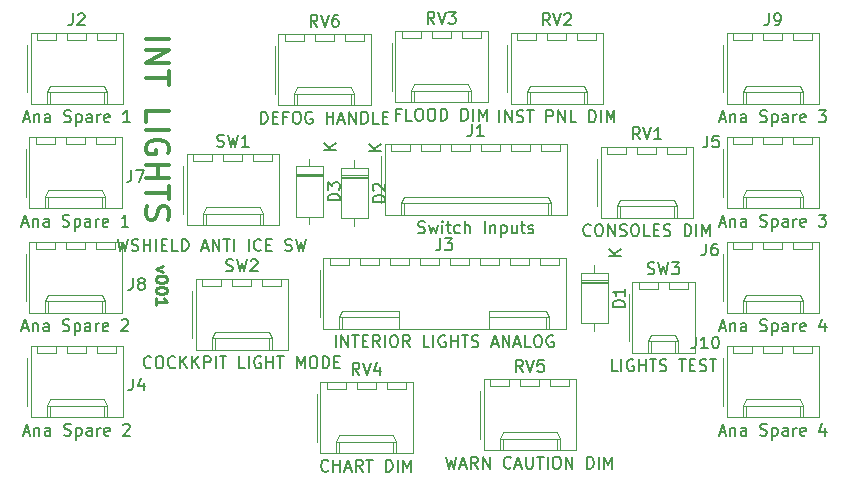
<source format=gbr>
G04 #@! TF.GenerationSoftware,KiCad,Pcbnew,(5.1.5-0-10_14)*
G04 #@! TF.CreationDate,2021-04-18T14:35:59+10:00*
G04 #@! TF.ProjectId,OH - Right Console - 3 - Interior Lights Panel,4f48202d-2052-4696-9768-7420436f6e73,rev?*
G04 #@! TF.SameCoordinates,Original*
G04 #@! TF.FileFunction,Legend,Top*
G04 #@! TF.FilePolarity,Positive*
%FSLAX46Y46*%
G04 Gerber Fmt 4.6, Leading zero omitted, Abs format (unit mm)*
G04 Created by KiCad (PCBNEW (5.1.5-0-10_14)) date 2021-04-18 14:35:59*
%MOMM*%
%LPD*%
G04 APERTURE LIST*
%ADD10C,0.250000*%
%ADD11C,0.300000*%
%ADD12C,0.120000*%
%ADD13C,0.150000*%
G04 APERTURE END LIST*
D10*
X89114285Y-105521333D02*
X88447619Y-105759428D01*
X89114285Y-105997523D01*
X89447619Y-106568952D02*
X89447619Y-106664190D01*
X89400000Y-106759428D01*
X89352380Y-106807047D01*
X89257142Y-106854666D01*
X89066666Y-106902285D01*
X88828571Y-106902285D01*
X88638095Y-106854666D01*
X88542857Y-106807047D01*
X88495238Y-106759428D01*
X88447619Y-106664190D01*
X88447619Y-106568952D01*
X88495238Y-106473714D01*
X88542857Y-106426095D01*
X88638095Y-106378476D01*
X88828571Y-106330857D01*
X89066666Y-106330857D01*
X89257142Y-106378476D01*
X89352380Y-106426095D01*
X89400000Y-106473714D01*
X89447619Y-106568952D01*
X89447619Y-107521333D02*
X89447619Y-107616571D01*
X89400000Y-107711809D01*
X89352380Y-107759428D01*
X89257142Y-107807047D01*
X89066666Y-107854666D01*
X88828571Y-107854666D01*
X88638095Y-107807047D01*
X88542857Y-107759428D01*
X88495238Y-107711809D01*
X88447619Y-107616571D01*
X88447619Y-107521333D01*
X88495238Y-107426095D01*
X88542857Y-107378476D01*
X88638095Y-107330857D01*
X88828571Y-107283238D01*
X89066666Y-107283238D01*
X89257142Y-107330857D01*
X89352380Y-107378476D01*
X89400000Y-107426095D01*
X89447619Y-107521333D01*
X88447619Y-108807047D02*
X88447619Y-108235619D01*
X88447619Y-108521333D02*
X89447619Y-108521333D01*
X89304761Y-108426095D01*
X89209523Y-108330857D01*
X89161904Y-108235619D01*
D11*
X87614238Y-86233952D02*
X89614238Y-86233952D01*
X87614238Y-87186333D02*
X89614238Y-87186333D01*
X87614238Y-88329190D01*
X89614238Y-88329190D01*
X89614238Y-88995857D02*
X89614238Y-90138714D01*
X87614238Y-89567285D02*
X89614238Y-89567285D01*
X87614238Y-93281571D02*
X87614238Y-92329190D01*
X89614238Y-92329190D01*
X87614238Y-93948238D02*
X89614238Y-93948238D01*
X89519000Y-95948238D02*
X89614238Y-95757761D01*
X89614238Y-95472047D01*
X89519000Y-95186333D01*
X89328523Y-94995857D01*
X89138047Y-94900619D01*
X88757095Y-94805380D01*
X88471380Y-94805380D01*
X88090428Y-94900619D01*
X87899952Y-94995857D01*
X87709476Y-95186333D01*
X87614238Y-95472047D01*
X87614238Y-95662523D01*
X87709476Y-95948238D01*
X87804714Y-96043476D01*
X88471380Y-96043476D01*
X88471380Y-95662523D01*
X87614238Y-96900619D02*
X89614238Y-96900619D01*
X88661857Y-96900619D02*
X88661857Y-98043476D01*
X87614238Y-98043476D02*
X89614238Y-98043476D01*
X89614238Y-98710142D02*
X89614238Y-99853000D01*
X87614238Y-99281571D02*
X89614238Y-99281571D01*
X87709476Y-100424428D02*
X87614238Y-100710142D01*
X87614238Y-101186333D01*
X87709476Y-101376809D01*
X87804714Y-101472047D01*
X87995190Y-101567285D01*
X88185666Y-101567285D01*
X88376142Y-101472047D01*
X88471380Y-101376809D01*
X88566619Y-101186333D01*
X88661857Y-100805380D01*
X88757095Y-100614904D01*
X88852333Y-100519666D01*
X89042809Y-100424428D01*
X89233285Y-100424428D01*
X89423761Y-100519666D01*
X89519000Y-100614904D01*
X89614238Y-100805380D01*
X89614238Y-101281571D01*
X89519000Y-101567285D01*
D12*
X144056000Y-112886000D02*
X144056000Y-112286000D01*
X142456000Y-112886000D02*
X144056000Y-112886000D01*
X142456000Y-112286000D02*
X142456000Y-112886000D01*
X141516000Y-112886000D02*
X141516000Y-112286000D01*
X139916000Y-112886000D02*
X141516000Y-112886000D01*
X139916000Y-112286000D02*
X139916000Y-112886000D01*
X138976000Y-112886000D02*
X138976000Y-112286000D01*
X137376000Y-112886000D02*
X138976000Y-112886000D01*
X137376000Y-112286000D02*
X137376000Y-112886000D01*
X143006000Y-118306000D02*
X143006000Y-117306000D01*
X138426000Y-118306000D02*
X138426000Y-117306000D01*
X143006000Y-116776000D02*
X143256000Y-117306000D01*
X138426000Y-116776000D02*
X143006000Y-116776000D01*
X138176000Y-117306000D02*
X138426000Y-116776000D01*
X143256000Y-117306000D02*
X143256000Y-118306000D01*
X138176000Y-117306000D02*
X143256000Y-117306000D01*
X138176000Y-118306000D02*
X138176000Y-117306000D01*
X136506000Y-113316000D02*
X136506000Y-117316000D01*
X144636000Y-112286000D02*
X136796000Y-112286000D01*
X144636000Y-118306000D02*
X144636000Y-112286000D01*
X136796000Y-118306000D02*
X144636000Y-118306000D01*
X136796000Y-112286000D02*
X136796000Y-118306000D01*
X144056000Y-86343000D02*
X144056000Y-85743000D01*
X142456000Y-86343000D02*
X144056000Y-86343000D01*
X142456000Y-85743000D02*
X142456000Y-86343000D01*
X141516000Y-86343000D02*
X141516000Y-85743000D01*
X139916000Y-86343000D02*
X141516000Y-86343000D01*
X139916000Y-85743000D02*
X139916000Y-86343000D01*
X138976000Y-86343000D02*
X138976000Y-85743000D01*
X137376000Y-86343000D02*
X138976000Y-86343000D01*
X137376000Y-85743000D02*
X137376000Y-86343000D01*
X143006000Y-91763000D02*
X143006000Y-90763000D01*
X138426000Y-91763000D02*
X138426000Y-90763000D01*
X143006000Y-90233000D02*
X143256000Y-90763000D01*
X138426000Y-90233000D02*
X143006000Y-90233000D01*
X138176000Y-90763000D02*
X138426000Y-90233000D01*
X143256000Y-90763000D02*
X143256000Y-91763000D01*
X138176000Y-90763000D02*
X143256000Y-90763000D01*
X138176000Y-91763000D02*
X138176000Y-90763000D01*
X136506000Y-86773000D02*
X136506000Y-90773000D01*
X144636000Y-85743000D02*
X136796000Y-85743000D01*
X144636000Y-91763000D02*
X144636000Y-85743000D01*
X136796000Y-91763000D02*
X144636000Y-91763000D01*
X136796000Y-85743000D02*
X136796000Y-91763000D01*
X85001000Y-104038300D02*
X85001000Y-103438300D01*
X83401000Y-104038300D02*
X85001000Y-104038300D01*
X83401000Y-103438300D02*
X83401000Y-104038300D01*
X82461000Y-104038300D02*
X82461000Y-103438300D01*
X80861000Y-104038300D02*
X82461000Y-104038300D01*
X80861000Y-103438300D02*
X80861000Y-104038300D01*
X79921000Y-104038300D02*
X79921000Y-103438300D01*
X78321000Y-104038300D02*
X79921000Y-104038300D01*
X78321000Y-103438300D02*
X78321000Y-104038300D01*
X83951000Y-109458300D02*
X83951000Y-108458300D01*
X79371000Y-109458300D02*
X79371000Y-108458300D01*
X83951000Y-107928300D02*
X84201000Y-108458300D01*
X79371000Y-107928300D02*
X83951000Y-107928300D01*
X79121000Y-108458300D02*
X79371000Y-107928300D01*
X84201000Y-108458300D02*
X84201000Y-109458300D01*
X79121000Y-108458300D02*
X84201000Y-108458300D01*
X79121000Y-109458300D02*
X79121000Y-108458300D01*
X77451000Y-104468300D02*
X77451000Y-108468300D01*
X85581000Y-103438300D02*
X77741000Y-103438300D01*
X85581000Y-109458300D02*
X85581000Y-103438300D01*
X77741000Y-109458300D02*
X85581000Y-109458300D01*
X77741000Y-103438300D02*
X77741000Y-109458300D01*
X85001000Y-95190700D02*
X85001000Y-94590700D01*
X83401000Y-95190700D02*
X85001000Y-95190700D01*
X83401000Y-94590700D02*
X83401000Y-95190700D01*
X82461000Y-95190700D02*
X82461000Y-94590700D01*
X80861000Y-95190700D02*
X82461000Y-95190700D01*
X80861000Y-94590700D02*
X80861000Y-95190700D01*
X79921000Y-95190700D02*
X79921000Y-94590700D01*
X78321000Y-95190700D02*
X79921000Y-95190700D01*
X78321000Y-94590700D02*
X78321000Y-95190700D01*
X83951000Y-100610700D02*
X83951000Y-99610700D01*
X79371000Y-100610700D02*
X79371000Y-99610700D01*
X83951000Y-99080700D02*
X84201000Y-99610700D01*
X79371000Y-99080700D02*
X83951000Y-99080700D01*
X79121000Y-99610700D02*
X79371000Y-99080700D01*
X84201000Y-99610700D02*
X84201000Y-100610700D01*
X79121000Y-99610700D02*
X84201000Y-99610700D01*
X79121000Y-100610700D02*
X79121000Y-99610700D01*
X77451000Y-95620700D02*
X77451000Y-99620700D01*
X85581000Y-94590700D02*
X77741000Y-94590700D01*
X85581000Y-100610700D02*
X85581000Y-94590700D01*
X77741000Y-100610700D02*
X85581000Y-100610700D01*
X77741000Y-94590700D02*
X77741000Y-100610700D01*
X144056000Y-104038300D02*
X144056000Y-103438300D01*
X142456000Y-104038300D02*
X144056000Y-104038300D01*
X142456000Y-103438300D02*
X142456000Y-104038300D01*
X141516000Y-104038300D02*
X141516000Y-103438300D01*
X139916000Y-104038300D02*
X141516000Y-104038300D01*
X139916000Y-103438300D02*
X139916000Y-104038300D01*
X138976000Y-104038300D02*
X138976000Y-103438300D01*
X137376000Y-104038300D02*
X138976000Y-104038300D01*
X137376000Y-103438300D02*
X137376000Y-104038300D01*
X143006000Y-109458300D02*
X143006000Y-108458300D01*
X138426000Y-109458300D02*
X138426000Y-108458300D01*
X143006000Y-107928300D02*
X143256000Y-108458300D01*
X138426000Y-107928300D02*
X143006000Y-107928300D01*
X138176000Y-108458300D02*
X138426000Y-107928300D01*
X143256000Y-108458300D02*
X143256000Y-109458300D01*
X138176000Y-108458300D02*
X143256000Y-108458300D01*
X138176000Y-109458300D02*
X138176000Y-108458300D01*
X136506000Y-104468300D02*
X136506000Y-108468300D01*
X144636000Y-103438300D02*
X136796000Y-103438300D01*
X144636000Y-109458300D02*
X144636000Y-103438300D01*
X136796000Y-109458300D02*
X144636000Y-109458300D01*
X136796000Y-103438300D02*
X136796000Y-109458300D01*
X144056000Y-95190700D02*
X144056000Y-94590700D01*
X142456000Y-95190700D02*
X144056000Y-95190700D01*
X142456000Y-94590700D02*
X142456000Y-95190700D01*
X141516000Y-95190700D02*
X141516000Y-94590700D01*
X139916000Y-95190700D02*
X141516000Y-95190700D01*
X139916000Y-94590700D02*
X139916000Y-95190700D01*
X138976000Y-95190700D02*
X138976000Y-94590700D01*
X137376000Y-95190700D02*
X138976000Y-95190700D01*
X137376000Y-94590700D02*
X137376000Y-95190700D01*
X143006000Y-100610700D02*
X143006000Y-99610700D01*
X138426000Y-100610700D02*
X138426000Y-99610700D01*
X143006000Y-99080700D02*
X143256000Y-99610700D01*
X138426000Y-99080700D02*
X143006000Y-99080700D01*
X138176000Y-99610700D02*
X138426000Y-99080700D01*
X143256000Y-99610700D02*
X143256000Y-100610700D01*
X138176000Y-99610700D02*
X143256000Y-99610700D01*
X138176000Y-100610700D02*
X138176000Y-99610700D01*
X136506000Y-95620700D02*
X136506000Y-99620700D01*
X144636000Y-94590700D02*
X136796000Y-94590700D01*
X144636000Y-100610700D02*
X144636000Y-94590700D01*
X136796000Y-100610700D02*
X144636000Y-100610700D01*
X136796000Y-94590700D02*
X136796000Y-100610700D01*
X85128000Y-112886000D02*
X85128000Y-112286000D01*
X83528000Y-112886000D02*
X85128000Y-112886000D01*
X83528000Y-112286000D02*
X83528000Y-112886000D01*
X82588000Y-112886000D02*
X82588000Y-112286000D01*
X80988000Y-112886000D02*
X82588000Y-112886000D01*
X80988000Y-112286000D02*
X80988000Y-112886000D01*
X80048000Y-112886000D02*
X80048000Y-112286000D01*
X78448000Y-112886000D02*
X80048000Y-112886000D01*
X78448000Y-112286000D02*
X78448000Y-112886000D01*
X84078000Y-118306000D02*
X84078000Y-117306000D01*
X79498000Y-118306000D02*
X79498000Y-117306000D01*
X84078000Y-116776000D02*
X84328000Y-117306000D01*
X79498000Y-116776000D02*
X84078000Y-116776000D01*
X79248000Y-117306000D02*
X79498000Y-116776000D01*
X84328000Y-117306000D02*
X84328000Y-118306000D01*
X79248000Y-117306000D02*
X84328000Y-117306000D01*
X79248000Y-118306000D02*
X79248000Y-117306000D01*
X77578000Y-113316000D02*
X77578000Y-117316000D01*
X85708000Y-112286000D02*
X77868000Y-112286000D01*
X85708000Y-118306000D02*
X85708000Y-112286000D01*
X77868000Y-118306000D02*
X85708000Y-118306000D01*
X77868000Y-112286000D02*
X77868000Y-118306000D01*
X85128000Y-86343000D02*
X85128000Y-85743000D01*
X83528000Y-86343000D02*
X85128000Y-86343000D01*
X83528000Y-85743000D02*
X83528000Y-86343000D01*
X82588000Y-86343000D02*
X82588000Y-85743000D01*
X80988000Y-86343000D02*
X82588000Y-86343000D01*
X80988000Y-85743000D02*
X80988000Y-86343000D01*
X80048000Y-86343000D02*
X80048000Y-85743000D01*
X78448000Y-86343000D02*
X80048000Y-86343000D01*
X78448000Y-85743000D02*
X78448000Y-86343000D01*
X84078000Y-91763000D02*
X84078000Y-90763000D01*
X79498000Y-91763000D02*
X79498000Y-90763000D01*
X84078000Y-90233000D02*
X84328000Y-90763000D01*
X79498000Y-90233000D02*
X84078000Y-90233000D01*
X79248000Y-90763000D02*
X79498000Y-90233000D01*
X84328000Y-90763000D02*
X84328000Y-91763000D01*
X79248000Y-90763000D02*
X84328000Y-90763000D01*
X79248000Y-91763000D02*
X79248000Y-90763000D01*
X77578000Y-86773000D02*
X77578000Y-90773000D01*
X85708000Y-85743000D02*
X77868000Y-85743000D01*
X85708000Y-91763000D02*
X85708000Y-85743000D01*
X77868000Y-91763000D02*
X85708000Y-91763000D01*
X77868000Y-85743000D02*
X77868000Y-91763000D01*
X133515000Y-107425000D02*
X133515000Y-106825000D01*
X131915000Y-107425000D02*
X133515000Y-107425000D01*
X131915000Y-106825000D02*
X131915000Y-107425000D01*
X130975000Y-107425000D02*
X130975000Y-106825000D01*
X129375000Y-107425000D02*
X130975000Y-107425000D01*
X129375000Y-106825000D02*
X129375000Y-107425000D01*
X132465000Y-112845000D02*
X132465000Y-111845000D01*
X130425000Y-112845000D02*
X130425000Y-111845000D01*
X132465000Y-111315000D02*
X132715000Y-111845000D01*
X130425000Y-111315000D02*
X132465000Y-111315000D01*
X130175000Y-111845000D02*
X130425000Y-111315000D01*
X132715000Y-111845000D02*
X132715000Y-112845000D01*
X130175000Y-111845000D02*
X132715000Y-111845000D01*
X130175000Y-112845000D02*
X130175000Y-111845000D01*
X128505000Y-107855000D02*
X128505000Y-111855000D01*
X134095000Y-106825000D02*
X128795000Y-106825000D01*
X134095000Y-112845000D02*
X134095000Y-106825000D01*
X128795000Y-112845000D02*
X134095000Y-112845000D01*
X128795000Y-106825000D02*
X128795000Y-112845000D01*
X99098000Y-107171000D02*
X99098000Y-106571000D01*
X97498000Y-107171000D02*
X99098000Y-107171000D01*
X97498000Y-106571000D02*
X97498000Y-107171000D01*
X96558000Y-107171000D02*
X96558000Y-106571000D01*
X94958000Y-107171000D02*
X96558000Y-107171000D01*
X94958000Y-106571000D02*
X94958000Y-107171000D01*
X94018000Y-107171000D02*
X94018000Y-106571000D01*
X92418000Y-107171000D02*
X94018000Y-107171000D01*
X92418000Y-106571000D02*
X92418000Y-107171000D01*
X98048000Y-112591000D02*
X98048000Y-111591000D01*
X93468000Y-112591000D02*
X93468000Y-111591000D01*
X98048000Y-111061000D02*
X98298000Y-111591000D01*
X93468000Y-111061000D02*
X98048000Y-111061000D01*
X93218000Y-111591000D02*
X93468000Y-111061000D01*
X98298000Y-111591000D02*
X98298000Y-112591000D01*
X93218000Y-111591000D02*
X98298000Y-111591000D01*
X93218000Y-112591000D02*
X93218000Y-111591000D01*
X91548000Y-107601000D02*
X91548000Y-111601000D01*
X99678000Y-106571000D02*
X91838000Y-106571000D01*
X99678000Y-112591000D02*
X99678000Y-106571000D01*
X91838000Y-112591000D02*
X99678000Y-112591000D01*
X91838000Y-106571000D02*
X91838000Y-112591000D01*
X98336000Y-96630000D02*
X98336000Y-96030000D01*
X96736000Y-96630000D02*
X98336000Y-96630000D01*
X96736000Y-96030000D02*
X96736000Y-96630000D01*
X95796000Y-96630000D02*
X95796000Y-96030000D01*
X94196000Y-96630000D02*
X95796000Y-96630000D01*
X94196000Y-96030000D02*
X94196000Y-96630000D01*
X93256000Y-96630000D02*
X93256000Y-96030000D01*
X91656000Y-96630000D02*
X93256000Y-96630000D01*
X91656000Y-96030000D02*
X91656000Y-96630000D01*
X97286000Y-102050000D02*
X97286000Y-101050000D01*
X92706000Y-102050000D02*
X92706000Y-101050000D01*
X97286000Y-100520000D02*
X97536000Y-101050000D01*
X92706000Y-100520000D02*
X97286000Y-100520000D01*
X92456000Y-101050000D02*
X92706000Y-100520000D01*
X97536000Y-101050000D02*
X97536000Y-102050000D01*
X92456000Y-101050000D02*
X97536000Y-101050000D01*
X92456000Y-102050000D02*
X92456000Y-101050000D01*
X90786000Y-97060000D02*
X90786000Y-101060000D01*
X98916000Y-96030000D02*
X91076000Y-96030000D01*
X98916000Y-102050000D02*
X98916000Y-96030000D01*
X91076000Y-102050000D02*
X98916000Y-102050000D01*
X91076000Y-96030000D02*
X91076000Y-102050000D01*
X106083000Y-86470000D02*
X106083000Y-85870000D01*
X104483000Y-86470000D02*
X106083000Y-86470000D01*
X104483000Y-85870000D02*
X104483000Y-86470000D01*
X103543000Y-86470000D02*
X103543000Y-85870000D01*
X101943000Y-86470000D02*
X103543000Y-86470000D01*
X101943000Y-85870000D02*
X101943000Y-86470000D01*
X101003000Y-86470000D02*
X101003000Y-85870000D01*
X99403000Y-86470000D02*
X101003000Y-86470000D01*
X99403000Y-85870000D02*
X99403000Y-86470000D01*
X105033000Y-91890000D02*
X105033000Y-90890000D01*
X100453000Y-91890000D02*
X100453000Y-90890000D01*
X105033000Y-90360000D02*
X105283000Y-90890000D01*
X100453000Y-90360000D02*
X105033000Y-90360000D01*
X100203000Y-90890000D02*
X100453000Y-90360000D01*
X105283000Y-90890000D02*
X105283000Y-91890000D01*
X100203000Y-90890000D02*
X105283000Y-90890000D01*
X100203000Y-91890000D02*
X100203000Y-90890000D01*
X98533000Y-86900000D02*
X98533000Y-90900000D01*
X106663000Y-85870000D02*
X98823000Y-85870000D01*
X106663000Y-91890000D02*
X106663000Y-85870000D01*
X98823000Y-91890000D02*
X106663000Y-91890000D01*
X98823000Y-85870000D02*
X98823000Y-91890000D01*
X123482000Y-115680000D02*
X123482000Y-115080000D01*
X121882000Y-115680000D02*
X123482000Y-115680000D01*
X121882000Y-115080000D02*
X121882000Y-115680000D01*
X120942000Y-115680000D02*
X120942000Y-115080000D01*
X119342000Y-115680000D02*
X120942000Y-115680000D01*
X119342000Y-115080000D02*
X119342000Y-115680000D01*
X118402000Y-115680000D02*
X118402000Y-115080000D01*
X116802000Y-115680000D02*
X118402000Y-115680000D01*
X116802000Y-115080000D02*
X116802000Y-115680000D01*
X122432000Y-121100000D02*
X122432000Y-120100000D01*
X117852000Y-121100000D02*
X117852000Y-120100000D01*
X122432000Y-119570000D02*
X122682000Y-120100000D01*
X117852000Y-119570000D02*
X122432000Y-119570000D01*
X117602000Y-120100000D02*
X117852000Y-119570000D01*
X122682000Y-120100000D02*
X122682000Y-121100000D01*
X117602000Y-120100000D02*
X122682000Y-120100000D01*
X117602000Y-121100000D02*
X117602000Y-120100000D01*
X115932000Y-116110000D02*
X115932000Y-120110000D01*
X124062000Y-115080000D02*
X116222000Y-115080000D01*
X124062000Y-121100000D02*
X124062000Y-115080000D01*
X116222000Y-121100000D02*
X124062000Y-121100000D01*
X116222000Y-115080000D02*
X116222000Y-121100000D01*
X109639000Y-115934000D02*
X109639000Y-115334000D01*
X108039000Y-115934000D02*
X109639000Y-115934000D01*
X108039000Y-115334000D02*
X108039000Y-115934000D01*
X107099000Y-115934000D02*
X107099000Y-115334000D01*
X105499000Y-115934000D02*
X107099000Y-115934000D01*
X105499000Y-115334000D02*
X105499000Y-115934000D01*
X104559000Y-115934000D02*
X104559000Y-115334000D01*
X102959000Y-115934000D02*
X104559000Y-115934000D01*
X102959000Y-115334000D02*
X102959000Y-115934000D01*
X108589000Y-121354000D02*
X108589000Y-120354000D01*
X104009000Y-121354000D02*
X104009000Y-120354000D01*
X108589000Y-119824000D02*
X108839000Y-120354000D01*
X104009000Y-119824000D02*
X108589000Y-119824000D01*
X103759000Y-120354000D02*
X104009000Y-119824000D01*
X108839000Y-120354000D02*
X108839000Y-121354000D01*
X103759000Y-120354000D02*
X108839000Y-120354000D01*
X103759000Y-121354000D02*
X103759000Y-120354000D01*
X102089000Y-116364000D02*
X102089000Y-120364000D01*
X110219000Y-115334000D02*
X102379000Y-115334000D01*
X110219000Y-121354000D02*
X110219000Y-115334000D01*
X102379000Y-121354000D02*
X110219000Y-121354000D01*
X102379000Y-115334000D02*
X102379000Y-121354000D01*
X115989000Y-86216000D02*
X115989000Y-85616000D01*
X114389000Y-86216000D02*
X115989000Y-86216000D01*
X114389000Y-85616000D02*
X114389000Y-86216000D01*
X113449000Y-86216000D02*
X113449000Y-85616000D01*
X111849000Y-86216000D02*
X113449000Y-86216000D01*
X111849000Y-85616000D02*
X111849000Y-86216000D01*
X110909000Y-86216000D02*
X110909000Y-85616000D01*
X109309000Y-86216000D02*
X110909000Y-86216000D01*
X109309000Y-85616000D02*
X109309000Y-86216000D01*
X114939000Y-91636000D02*
X114939000Y-90636000D01*
X110359000Y-91636000D02*
X110359000Y-90636000D01*
X114939000Y-90106000D02*
X115189000Y-90636000D01*
X110359000Y-90106000D02*
X114939000Y-90106000D01*
X110109000Y-90636000D02*
X110359000Y-90106000D01*
X115189000Y-90636000D02*
X115189000Y-91636000D01*
X110109000Y-90636000D02*
X115189000Y-90636000D01*
X110109000Y-91636000D02*
X110109000Y-90636000D01*
X108439000Y-86646000D02*
X108439000Y-90646000D01*
X116569000Y-85616000D02*
X108729000Y-85616000D01*
X116569000Y-91636000D02*
X116569000Y-85616000D01*
X108729000Y-91636000D02*
X116569000Y-91636000D01*
X108729000Y-85616000D02*
X108729000Y-91636000D01*
X125768000Y-86343000D02*
X125768000Y-85743000D01*
X124168000Y-86343000D02*
X125768000Y-86343000D01*
X124168000Y-85743000D02*
X124168000Y-86343000D01*
X123228000Y-86343000D02*
X123228000Y-85743000D01*
X121628000Y-86343000D02*
X123228000Y-86343000D01*
X121628000Y-85743000D02*
X121628000Y-86343000D01*
X120688000Y-86343000D02*
X120688000Y-85743000D01*
X119088000Y-86343000D02*
X120688000Y-86343000D01*
X119088000Y-85743000D02*
X119088000Y-86343000D01*
X124718000Y-91763000D02*
X124718000Y-90763000D01*
X120138000Y-91763000D02*
X120138000Y-90763000D01*
X124718000Y-90233000D02*
X124968000Y-90763000D01*
X120138000Y-90233000D02*
X124718000Y-90233000D01*
X119888000Y-90763000D02*
X120138000Y-90233000D01*
X124968000Y-90763000D02*
X124968000Y-91763000D01*
X119888000Y-90763000D02*
X124968000Y-90763000D01*
X119888000Y-91763000D02*
X119888000Y-90763000D01*
X118218000Y-86773000D02*
X118218000Y-90773000D01*
X126348000Y-85743000D02*
X118508000Y-85743000D01*
X126348000Y-91763000D02*
X126348000Y-85743000D01*
X118508000Y-91763000D02*
X126348000Y-91763000D01*
X118508000Y-85743000D02*
X118508000Y-91763000D01*
X133388000Y-95995000D02*
X133388000Y-95395000D01*
X131788000Y-95995000D02*
X133388000Y-95995000D01*
X131788000Y-95395000D02*
X131788000Y-95995000D01*
X130848000Y-95995000D02*
X130848000Y-95395000D01*
X129248000Y-95995000D02*
X130848000Y-95995000D01*
X129248000Y-95395000D02*
X129248000Y-95995000D01*
X128308000Y-95995000D02*
X128308000Y-95395000D01*
X126708000Y-95995000D02*
X128308000Y-95995000D01*
X126708000Y-95395000D02*
X126708000Y-95995000D01*
X132338000Y-101415000D02*
X132338000Y-100415000D01*
X127758000Y-101415000D02*
X127758000Y-100415000D01*
X132338000Y-99885000D02*
X132588000Y-100415000D01*
X127758000Y-99885000D02*
X132338000Y-99885000D01*
X127508000Y-100415000D02*
X127758000Y-99885000D01*
X132588000Y-100415000D02*
X132588000Y-101415000D01*
X127508000Y-100415000D02*
X132588000Y-100415000D01*
X127508000Y-101415000D02*
X127508000Y-100415000D01*
X125838000Y-96425000D02*
X125838000Y-100425000D01*
X133968000Y-95395000D02*
X126128000Y-95395000D01*
X133968000Y-101415000D02*
X133968000Y-95395000D01*
X126128000Y-101415000D02*
X133968000Y-101415000D01*
X126128000Y-95395000D02*
X126128000Y-101415000D01*
X122593000Y-105393000D02*
X122593000Y-104793000D01*
X120993000Y-105393000D02*
X122593000Y-105393000D01*
X120993000Y-104793000D02*
X120993000Y-105393000D01*
X120053000Y-105393000D02*
X120053000Y-104793000D01*
X118453000Y-105393000D02*
X120053000Y-105393000D01*
X118453000Y-104793000D02*
X118453000Y-105393000D01*
X117513000Y-105393000D02*
X117513000Y-104793000D01*
X115913000Y-105393000D02*
X117513000Y-105393000D01*
X115913000Y-104793000D02*
X115913000Y-105393000D01*
X114973000Y-105393000D02*
X114973000Y-104793000D01*
X113373000Y-105393000D02*
X114973000Y-105393000D01*
X113373000Y-104793000D02*
X113373000Y-105393000D01*
X112433000Y-105393000D02*
X112433000Y-104793000D01*
X110833000Y-105393000D02*
X112433000Y-105393000D01*
X110833000Y-104793000D02*
X110833000Y-105393000D01*
X109893000Y-105393000D02*
X109893000Y-104793000D01*
X108293000Y-105393000D02*
X109893000Y-105393000D01*
X108293000Y-104793000D02*
X108293000Y-105393000D01*
X107353000Y-105393000D02*
X107353000Y-104793000D01*
X105753000Y-105393000D02*
X107353000Y-105393000D01*
X105753000Y-104793000D02*
X105753000Y-105393000D01*
X104813000Y-105393000D02*
X104813000Y-104793000D01*
X103213000Y-105393000D02*
X104813000Y-105393000D01*
X103213000Y-104793000D02*
X103213000Y-105393000D01*
X121543000Y-110813000D02*
X121543000Y-109813000D01*
X116713000Y-109283000D02*
X116713000Y-109813000D01*
X121543000Y-109283000D02*
X116713000Y-109283000D01*
X121793000Y-109813000D02*
X121543000Y-109283000D01*
X116713000Y-109813000D02*
X116713000Y-110813000D01*
X121793000Y-109813000D02*
X116713000Y-109813000D01*
X121793000Y-110813000D02*
X121793000Y-109813000D01*
X104263000Y-110813000D02*
X104263000Y-109813000D01*
X109093000Y-109283000D02*
X109093000Y-109813000D01*
X104263000Y-109283000D02*
X109093000Y-109283000D01*
X104013000Y-109813000D02*
X104263000Y-109283000D01*
X109093000Y-109813000D02*
X109093000Y-110813000D01*
X104013000Y-109813000D02*
X109093000Y-109813000D01*
X104013000Y-110813000D02*
X104013000Y-109813000D01*
X102343000Y-105823000D02*
X102343000Y-109823000D01*
X123173000Y-104793000D02*
X102633000Y-104793000D01*
X123173000Y-110813000D02*
X123173000Y-104793000D01*
X102633000Y-110813000D02*
X123173000Y-110813000D01*
X102633000Y-104793000D02*
X102633000Y-110813000D01*
X122720000Y-95741000D02*
X122720000Y-95141000D01*
X121120000Y-95741000D02*
X122720000Y-95741000D01*
X121120000Y-95141000D02*
X121120000Y-95741000D01*
X120180000Y-95741000D02*
X120180000Y-95141000D01*
X118580000Y-95741000D02*
X120180000Y-95741000D01*
X118580000Y-95141000D02*
X118580000Y-95741000D01*
X117640000Y-95741000D02*
X117640000Y-95141000D01*
X116040000Y-95741000D02*
X117640000Y-95741000D01*
X116040000Y-95141000D02*
X116040000Y-95741000D01*
X115100000Y-95741000D02*
X115100000Y-95141000D01*
X113500000Y-95741000D02*
X115100000Y-95741000D01*
X113500000Y-95141000D02*
X113500000Y-95741000D01*
X112560000Y-95741000D02*
X112560000Y-95141000D01*
X110960000Y-95741000D02*
X112560000Y-95741000D01*
X110960000Y-95141000D02*
X110960000Y-95741000D01*
X110020000Y-95741000D02*
X110020000Y-95141000D01*
X108420000Y-95741000D02*
X110020000Y-95741000D01*
X108420000Y-95141000D02*
X108420000Y-95741000D01*
X121670000Y-101161000D02*
X121670000Y-100161000D01*
X109470000Y-101161000D02*
X109470000Y-100161000D01*
X121670000Y-99631000D02*
X121920000Y-100161000D01*
X109470000Y-99631000D02*
X121670000Y-99631000D01*
X109220000Y-100161000D02*
X109470000Y-99631000D01*
X121920000Y-100161000D02*
X121920000Y-101161000D01*
X109220000Y-100161000D02*
X121920000Y-100161000D01*
X109220000Y-101161000D02*
X109220000Y-100161000D01*
X107550000Y-96171000D02*
X107550000Y-100171000D01*
X123300000Y-95141000D02*
X107840000Y-95141000D01*
X123300000Y-101161000D02*
X123300000Y-95141000D01*
X107840000Y-101161000D02*
X123300000Y-101161000D01*
X107840000Y-95141000D02*
X107840000Y-101161000D01*
X102593000Y-97667000D02*
X100353000Y-97667000D01*
X102593000Y-97907000D02*
X100353000Y-97907000D01*
X102593000Y-97787000D02*
X100353000Y-97787000D01*
X101473000Y-101957000D02*
X101473000Y-101307000D01*
X101473000Y-96417000D02*
X101473000Y-97067000D01*
X102593000Y-101307000D02*
X102593000Y-97067000D01*
X100353000Y-101307000D02*
X102593000Y-101307000D01*
X100353000Y-97067000D02*
X100353000Y-101307000D01*
X102593000Y-97067000D02*
X100353000Y-97067000D01*
X106403000Y-97794000D02*
X104163000Y-97794000D01*
X106403000Y-98034000D02*
X104163000Y-98034000D01*
X106403000Y-97914000D02*
X104163000Y-97914000D01*
X105283000Y-102084000D02*
X105283000Y-101434000D01*
X105283000Y-96544000D02*
X105283000Y-97194000D01*
X106403000Y-101434000D02*
X106403000Y-97194000D01*
X104163000Y-101434000D02*
X106403000Y-101434000D01*
X104163000Y-97194000D02*
X104163000Y-101434000D01*
X106403000Y-97194000D02*
X104163000Y-97194000D01*
X126723000Y-106684000D02*
X124483000Y-106684000D01*
X126723000Y-106924000D02*
X124483000Y-106924000D01*
X126723000Y-106804000D02*
X124483000Y-106804000D01*
X125603000Y-110974000D02*
X125603000Y-110324000D01*
X125603000Y-105434000D02*
X125603000Y-106084000D01*
X126723000Y-110324000D02*
X126723000Y-106084000D01*
X124483000Y-110324000D02*
X126723000Y-110324000D01*
X124483000Y-106084000D02*
X124483000Y-110324000D01*
X126723000Y-106084000D02*
X124483000Y-106084000D01*
D13*
X134191476Y-111466380D02*
X134191476Y-112180666D01*
X134143857Y-112323523D01*
X134048619Y-112418761D01*
X133905761Y-112466380D01*
X133810523Y-112466380D01*
X135191476Y-112466380D02*
X134620047Y-112466380D01*
X134905761Y-112466380D02*
X134905761Y-111466380D01*
X134810523Y-111609238D01*
X134715285Y-111704476D01*
X134620047Y-111752095D01*
X135810523Y-111466380D02*
X135905761Y-111466380D01*
X136001000Y-111514000D01*
X136048619Y-111561619D01*
X136096238Y-111656857D01*
X136143857Y-111847333D01*
X136143857Y-112085428D01*
X136096238Y-112275904D01*
X136048619Y-112371142D01*
X136001000Y-112418761D01*
X135905761Y-112466380D01*
X135810523Y-112466380D01*
X135715285Y-112418761D01*
X135667666Y-112371142D01*
X135620047Y-112275904D01*
X135572428Y-112085428D01*
X135572428Y-111847333D01*
X135620047Y-111656857D01*
X135667666Y-111561619D01*
X135715285Y-111514000D01*
X135810523Y-111466380D01*
X136216000Y-119562666D02*
X136692190Y-119562666D01*
X136120761Y-119848380D02*
X136454095Y-118848380D01*
X136787428Y-119848380D01*
X137120761Y-119181714D02*
X137120761Y-119848380D01*
X137120761Y-119276952D02*
X137168380Y-119229333D01*
X137263619Y-119181714D01*
X137406476Y-119181714D01*
X137501714Y-119229333D01*
X137549333Y-119324571D01*
X137549333Y-119848380D01*
X138454095Y-119848380D02*
X138454095Y-119324571D01*
X138406476Y-119229333D01*
X138311238Y-119181714D01*
X138120761Y-119181714D01*
X138025523Y-119229333D01*
X138454095Y-119800761D02*
X138358857Y-119848380D01*
X138120761Y-119848380D01*
X138025523Y-119800761D01*
X137977904Y-119705523D01*
X137977904Y-119610285D01*
X138025523Y-119515047D01*
X138120761Y-119467428D01*
X138358857Y-119467428D01*
X138454095Y-119419809D01*
X139644571Y-119800761D02*
X139787428Y-119848380D01*
X140025523Y-119848380D01*
X140120761Y-119800761D01*
X140168380Y-119753142D01*
X140216000Y-119657904D01*
X140216000Y-119562666D01*
X140168380Y-119467428D01*
X140120761Y-119419809D01*
X140025523Y-119372190D01*
X139835047Y-119324571D01*
X139739809Y-119276952D01*
X139692190Y-119229333D01*
X139644571Y-119134095D01*
X139644571Y-119038857D01*
X139692190Y-118943619D01*
X139739809Y-118896000D01*
X139835047Y-118848380D01*
X140073142Y-118848380D01*
X140216000Y-118896000D01*
X140644571Y-119181714D02*
X140644571Y-120181714D01*
X140644571Y-119229333D02*
X140739809Y-119181714D01*
X140930285Y-119181714D01*
X141025523Y-119229333D01*
X141073142Y-119276952D01*
X141120761Y-119372190D01*
X141120761Y-119657904D01*
X141073142Y-119753142D01*
X141025523Y-119800761D01*
X140930285Y-119848380D01*
X140739809Y-119848380D01*
X140644571Y-119800761D01*
X141977904Y-119848380D02*
X141977904Y-119324571D01*
X141930285Y-119229333D01*
X141835047Y-119181714D01*
X141644571Y-119181714D01*
X141549333Y-119229333D01*
X141977904Y-119800761D02*
X141882666Y-119848380D01*
X141644571Y-119848380D01*
X141549333Y-119800761D01*
X141501714Y-119705523D01*
X141501714Y-119610285D01*
X141549333Y-119515047D01*
X141644571Y-119467428D01*
X141882666Y-119467428D01*
X141977904Y-119419809D01*
X142454095Y-119848380D02*
X142454095Y-119181714D01*
X142454095Y-119372190D02*
X142501714Y-119276952D01*
X142549333Y-119229333D01*
X142644571Y-119181714D01*
X142739809Y-119181714D01*
X143454095Y-119800761D02*
X143358857Y-119848380D01*
X143168380Y-119848380D01*
X143073142Y-119800761D01*
X143025523Y-119705523D01*
X143025523Y-119324571D01*
X143073142Y-119229333D01*
X143168380Y-119181714D01*
X143358857Y-119181714D01*
X143454095Y-119229333D01*
X143501714Y-119324571D01*
X143501714Y-119419809D01*
X143025523Y-119515047D01*
X145120761Y-119181714D02*
X145120761Y-119848380D01*
X144882666Y-118800761D02*
X144644571Y-119515047D01*
X145263619Y-119515047D01*
X140382666Y-84105380D02*
X140382666Y-84819666D01*
X140335047Y-84962523D01*
X140239809Y-85057761D01*
X140096952Y-85105380D01*
X140001714Y-85105380D01*
X140906476Y-85105380D02*
X141096952Y-85105380D01*
X141192190Y-85057761D01*
X141239809Y-85010142D01*
X141335047Y-84867285D01*
X141382666Y-84676809D01*
X141382666Y-84295857D01*
X141335047Y-84200619D01*
X141287428Y-84153000D01*
X141192190Y-84105380D01*
X141001714Y-84105380D01*
X140906476Y-84153000D01*
X140858857Y-84200619D01*
X140811238Y-84295857D01*
X140811238Y-84533952D01*
X140858857Y-84629190D01*
X140906476Y-84676809D01*
X141001714Y-84724428D01*
X141192190Y-84724428D01*
X141287428Y-84676809D01*
X141335047Y-84629190D01*
X141382666Y-84533952D01*
X136216000Y-93019666D02*
X136692190Y-93019666D01*
X136120761Y-93305380D02*
X136454095Y-92305380D01*
X136787428Y-93305380D01*
X137120761Y-92638714D02*
X137120761Y-93305380D01*
X137120761Y-92733952D02*
X137168380Y-92686333D01*
X137263619Y-92638714D01*
X137406476Y-92638714D01*
X137501714Y-92686333D01*
X137549333Y-92781571D01*
X137549333Y-93305380D01*
X138454095Y-93305380D02*
X138454095Y-92781571D01*
X138406476Y-92686333D01*
X138311238Y-92638714D01*
X138120761Y-92638714D01*
X138025523Y-92686333D01*
X138454095Y-93257761D02*
X138358857Y-93305380D01*
X138120761Y-93305380D01*
X138025523Y-93257761D01*
X137977904Y-93162523D01*
X137977904Y-93067285D01*
X138025523Y-92972047D01*
X138120761Y-92924428D01*
X138358857Y-92924428D01*
X138454095Y-92876809D01*
X139644571Y-93257761D02*
X139787428Y-93305380D01*
X140025523Y-93305380D01*
X140120761Y-93257761D01*
X140168380Y-93210142D01*
X140216000Y-93114904D01*
X140216000Y-93019666D01*
X140168380Y-92924428D01*
X140120761Y-92876809D01*
X140025523Y-92829190D01*
X139835047Y-92781571D01*
X139739809Y-92733952D01*
X139692190Y-92686333D01*
X139644571Y-92591095D01*
X139644571Y-92495857D01*
X139692190Y-92400619D01*
X139739809Y-92353000D01*
X139835047Y-92305380D01*
X140073142Y-92305380D01*
X140216000Y-92353000D01*
X140644571Y-92638714D02*
X140644571Y-93638714D01*
X140644571Y-92686333D02*
X140739809Y-92638714D01*
X140930285Y-92638714D01*
X141025523Y-92686333D01*
X141073142Y-92733952D01*
X141120761Y-92829190D01*
X141120761Y-93114904D01*
X141073142Y-93210142D01*
X141025523Y-93257761D01*
X140930285Y-93305380D01*
X140739809Y-93305380D01*
X140644571Y-93257761D01*
X141977904Y-93305380D02*
X141977904Y-92781571D01*
X141930285Y-92686333D01*
X141835047Y-92638714D01*
X141644571Y-92638714D01*
X141549333Y-92686333D01*
X141977904Y-93257761D02*
X141882666Y-93305380D01*
X141644571Y-93305380D01*
X141549333Y-93257761D01*
X141501714Y-93162523D01*
X141501714Y-93067285D01*
X141549333Y-92972047D01*
X141644571Y-92924428D01*
X141882666Y-92924428D01*
X141977904Y-92876809D01*
X142454095Y-93305380D02*
X142454095Y-92638714D01*
X142454095Y-92829190D02*
X142501714Y-92733952D01*
X142549333Y-92686333D01*
X142644571Y-92638714D01*
X142739809Y-92638714D01*
X143454095Y-93257761D02*
X143358857Y-93305380D01*
X143168380Y-93305380D01*
X143073142Y-93257761D01*
X143025523Y-93162523D01*
X143025523Y-92781571D01*
X143073142Y-92686333D01*
X143168380Y-92638714D01*
X143358857Y-92638714D01*
X143454095Y-92686333D01*
X143501714Y-92781571D01*
X143501714Y-92876809D01*
X143025523Y-92972047D01*
X144596952Y-92305380D02*
X145216000Y-92305380D01*
X144882666Y-92686333D01*
X145025523Y-92686333D01*
X145120761Y-92733952D01*
X145168380Y-92781571D01*
X145216000Y-92876809D01*
X145216000Y-93114904D01*
X145168380Y-93210142D01*
X145120761Y-93257761D01*
X145025523Y-93305380D01*
X144739809Y-93305380D01*
X144644571Y-93257761D01*
X144596952Y-93210142D01*
X86534666Y-106513380D02*
X86534666Y-107227666D01*
X86487047Y-107370523D01*
X86391809Y-107465761D01*
X86248952Y-107513380D01*
X86153714Y-107513380D01*
X87153714Y-106941952D02*
X87058476Y-106894333D01*
X87010857Y-106846714D01*
X86963238Y-106751476D01*
X86963238Y-106703857D01*
X87010857Y-106608619D01*
X87058476Y-106561000D01*
X87153714Y-106513380D01*
X87344190Y-106513380D01*
X87439428Y-106561000D01*
X87487047Y-106608619D01*
X87534666Y-106703857D01*
X87534666Y-106751476D01*
X87487047Y-106846714D01*
X87439428Y-106894333D01*
X87344190Y-106941952D01*
X87153714Y-106941952D01*
X87058476Y-106989571D01*
X87010857Y-107037190D01*
X86963238Y-107132428D01*
X86963238Y-107322904D01*
X87010857Y-107418142D01*
X87058476Y-107465761D01*
X87153714Y-107513380D01*
X87344190Y-107513380D01*
X87439428Y-107465761D01*
X87487047Y-107418142D01*
X87534666Y-107322904D01*
X87534666Y-107132428D01*
X87487047Y-107037190D01*
X87439428Y-106989571D01*
X87344190Y-106941952D01*
X77161000Y-110714966D02*
X77637190Y-110714966D01*
X77065761Y-111000680D02*
X77399095Y-110000680D01*
X77732428Y-111000680D01*
X78065761Y-110334014D02*
X78065761Y-111000680D01*
X78065761Y-110429252D02*
X78113380Y-110381633D01*
X78208619Y-110334014D01*
X78351476Y-110334014D01*
X78446714Y-110381633D01*
X78494333Y-110476871D01*
X78494333Y-111000680D01*
X79399095Y-111000680D02*
X79399095Y-110476871D01*
X79351476Y-110381633D01*
X79256238Y-110334014D01*
X79065761Y-110334014D01*
X78970523Y-110381633D01*
X79399095Y-110953061D02*
X79303857Y-111000680D01*
X79065761Y-111000680D01*
X78970523Y-110953061D01*
X78922904Y-110857823D01*
X78922904Y-110762585D01*
X78970523Y-110667347D01*
X79065761Y-110619728D01*
X79303857Y-110619728D01*
X79399095Y-110572109D01*
X80589571Y-110953061D02*
X80732428Y-111000680D01*
X80970523Y-111000680D01*
X81065761Y-110953061D01*
X81113380Y-110905442D01*
X81161000Y-110810204D01*
X81161000Y-110714966D01*
X81113380Y-110619728D01*
X81065761Y-110572109D01*
X80970523Y-110524490D01*
X80780047Y-110476871D01*
X80684809Y-110429252D01*
X80637190Y-110381633D01*
X80589571Y-110286395D01*
X80589571Y-110191157D01*
X80637190Y-110095919D01*
X80684809Y-110048300D01*
X80780047Y-110000680D01*
X81018142Y-110000680D01*
X81161000Y-110048300D01*
X81589571Y-110334014D02*
X81589571Y-111334014D01*
X81589571Y-110381633D02*
X81684809Y-110334014D01*
X81875285Y-110334014D01*
X81970523Y-110381633D01*
X82018142Y-110429252D01*
X82065761Y-110524490D01*
X82065761Y-110810204D01*
X82018142Y-110905442D01*
X81970523Y-110953061D01*
X81875285Y-111000680D01*
X81684809Y-111000680D01*
X81589571Y-110953061D01*
X82922904Y-111000680D02*
X82922904Y-110476871D01*
X82875285Y-110381633D01*
X82780047Y-110334014D01*
X82589571Y-110334014D01*
X82494333Y-110381633D01*
X82922904Y-110953061D02*
X82827666Y-111000680D01*
X82589571Y-111000680D01*
X82494333Y-110953061D01*
X82446714Y-110857823D01*
X82446714Y-110762585D01*
X82494333Y-110667347D01*
X82589571Y-110619728D01*
X82827666Y-110619728D01*
X82922904Y-110572109D01*
X83399095Y-111000680D02*
X83399095Y-110334014D01*
X83399095Y-110524490D02*
X83446714Y-110429252D01*
X83494333Y-110381633D01*
X83589571Y-110334014D01*
X83684809Y-110334014D01*
X84399095Y-110953061D02*
X84303857Y-111000680D01*
X84113380Y-111000680D01*
X84018142Y-110953061D01*
X83970523Y-110857823D01*
X83970523Y-110476871D01*
X84018142Y-110381633D01*
X84113380Y-110334014D01*
X84303857Y-110334014D01*
X84399095Y-110381633D01*
X84446714Y-110476871D01*
X84446714Y-110572109D01*
X83970523Y-110667347D01*
X85589571Y-110095919D02*
X85637190Y-110048300D01*
X85732428Y-110000680D01*
X85970523Y-110000680D01*
X86065761Y-110048300D01*
X86113380Y-110095919D01*
X86161000Y-110191157D01*
X86161000Y-110286395D01*
X86113380Y-110429252D01*
X85541952Y-111000680D01*
X86161000Y-111000680D01*
X86407666Y-97369380D02*
X86407666Y-98083666D01*
X86360047Y-98226523D01*
X86264809Y-98321761D01*
X86121952Y-98369380D01*
X86026714Y-98369380D01*
X86788619Y-97369380D02*
X87455285Y-97369380D01*
X87026714Y-98369380D01*
X77161000Y-101867366D02*
X77637190Y-101867366D01*
X77065761Y-102153080D02*
X77399095Y-101153080D01*
X77732428Y-102153080D01*
X78065761Y-101486414D02*
X78065761Y-102153080D01*
X78065761Y-101581652D02*
X78113380Y-101534033D01*
X78208619Y-101486414D01*
X78351476Y-101486414D01*
X78446714Y-101534033D01*
X78494333Y-101629271D01*
X78494333Y-102153080D01*
X79399095Y-102153080D02*
X79399095Y-101629271D01*
X79351476Y-101534033D01*
X79256238Y-101486414D01*
X79065761Y-101486414D01*
X78970523Y-101534033D01*
X79399095Y-102105461D02*
X79303857Y-102153080D01*
X79065761Y-102153080D01*
X78970523Y-102105461D01*
X78922904Y-102010223D01*
X78922904Y-101914985D01*
X78970523Y-101819747D01*
X79065761Y-101772128D01*
X79303857Y-101772128D01*
X79399095Y-101724509D01*
X80589571Y-102105461D02*
X80732428Y-102153080D01*
X80970523Y-102153080D01*
X81065761Y-102105461D01*
X81113380Y-102057842D01*
X81161000Y-101962604D01*
X81161000Y-101867366D01*
X81113380Y-101772128D01*
X81065761Y-101724509D01*
X80970523Y-101676890D01*
X80780047Y-101629271D01*
X80684809Y-101581652D01*
X80637190Y-101534033D01*
X80589571Y-101438795D01*
X80589571Y-101343557D01*
X80637190Y-101248319D01*
X80684809Y-101200700D01*
X80780047Y-101153080D01*
X81018142Y-101153080D01*
X81161000Y-101200700D01*
X81589571Y-101486414D02*
X81589571Y-102486414D01*
X81589571Y-101534033D02*
X81684809Y-101486414D01*
X81875285Y-101486414D01*
X81970523Y-101534033D01*
X82018142Y-101581652D01*
X82065761Y-101676890D01*
X82065761Y-101962604D01*
X82018142Y-102057842D01*
X81970523Y-102105461D01*
X81875285Y-102153080D01*
X81684809Y-102153080D01*
X81589571Y-102105461D01*
X82922904Y-102153080D02*
X82922904Y-101629271D01*
X82875285Y-101534033D01*
X82780047Y-101486414D01*
X82589571Y-101486414D01*
X82494333Y-101534033D01*
X82922904Y-102105461D02*
X82827666Y-102153080D01*
X82589571Y-102153080D01*
X82494333Y-102105461D01*
X82446714Y-102010223D01*
X82446714Y-101914985D01*
X82494333Y-101819747D01*
X82589571Y-101772128D01*
X82827666Y-101772128D01*
X82922904Y-101724509D01*
X83399095Y-102153080D02*
X83399095Y-101486414D01*
X83399095Y-101676890D02*
X83446714Y-101581652D01*
X83494333Y-101534033D01*
X83589571Y-101486414D01*
X83684809Y-101486414D01*
X84399095Y-102105461D02*
X84303857Y-102153080D01*
X84113380Y-102153080D01*
X84018142Y-102105461D01*
X83970523Y-102010223D01*
X83970523Y-101629271D01*
X84018142Y-101534033D01*
X84113380Y-101486414D01*
X84303857Y-101486414D01*
X84399095Y-101534033D01*
X84446714Y-101629271D01*
X84446714Y-101724509D01*
X83970523Y-101819747D01*
X86161000Y-102153080D02*
X85589571Y-102153080D01*
X85875285Y-102153080D02*
X85875285Y-101153080D01*
X85780047Y-101295938D01*
X85684809Y-101391176D01*
X85589571Y-101438795D01*
X135048666Y-103592380D02*
X135048666Y-104306666D01*
X135001047Y-104449523D01*
X134905809Y-104544761D01*
X134762952Y-104592380D01*
X134667714Y-104592380D01*
X135953428Y-103592380D02*
X135762952Y-103592380D01*
X135667714Y-103640000D01*
X135620095Y-103687619D01*
X135524857Y-103830476D01*
X135477238Y-104020952D01*
X135477238Y-104401904D01*
X135524857Y-104497142D01*
X135572476Y-104544761D01*
X135667714Y-104592380D01*
X135858190Y-104592380D01*
X135953428Y-104544761D01*
X136001047Y-104497142D01*
X136048666Y-104401904D01*
X136048666Y-104163809D01*
X136001047Y-104068571D01*
X135953428Y-104020952D01*
X135858190Y-103973333D01*
X135667714Y-103973333D01*
X135572476Y-104020952D01*
X135524857Y-104068571D01*
X135477238Y-104163809D01*
X136216000Y-110714966D02*
X136692190Y-110714966D01*
X136120761Y-111000680D02*
X136454095Y-110000680D01*
X136787428Y-111000680D01*
X137120761Y-110334014D02*
X137120761Y-111000680D01*
X137120761Y-110429252D02*
X137168380Y-110381633D01*
X137263619Y-110334014D01*
X137406476Y-110334014D01*
X137501714Y-110381633D01*
X137549333Y-110476871D01*
X137549333Y-111000680D01*
X138454095Y-111000680D02*
X138454095Y-110476871D01*
X138406476Y-110381633D01*
X138311238Y-110334014D01*
X138120761Y-110334014D01*
X138025523Y-110381633D01*
X138454095Y-110953061D02*
X138358857Y-111000680D01*
X138120761Y-111000680D01*
X138025523Y-110953061D01*
X137977904Y-110857823D01*
X137977904Y-110762585D01*
X138025523Y-110667347D01*
X138120761Y-110619728D01*
X138358857Y-110619728D01*
X138454095Y-110572109D01*
X139644571Y-110953061D02*
X139787428Y-111000680D01*
X140025523Y-111000680D01*
X140120761Y-110953061D01*
X140168380Y-110905442D01*
X140216000Y-110810204D01*
X140216000Y-110714966D01*
X140168380Y-110619728D01*
X140120761Y-110572109D01*
X140025523Y-110524490D01*
X139835047Y-110476871D01*
X139739809Y-110429252D01*
X139692190Y-110381633D01*
X139644571Y-110286395D01*
X139644571Y-110191157D01*
X139692190Y-110095919D01*
X139739809Y-110048300D01*
X139835047Y-110000680D01*
X140073142Y-110000680D01*
X140216000Y-110048300D01*
X140644571Y-110334014D02*
X140644571Y-111334014D01*
X140644571Y-110381633D02*
X140739809Y-110334014D01*
X140930285Y-110334014D01*
X141025523Y-110381633D01*
X141073142Y-110429252D01*
X141120761Y-110524490D01*
X141120761Y-110810204D01*
X141073142Y-110905442D01*
X141025523Y-110953061D01*
X140930285Y-111000680D01*
X140739809Y-111000680D01*
X140644571Y-110953061D01*
X141977904Y-111000680D02*
X141977904Y-110476871D01*
X141930285Y-110381633D01*
X141835047Y-110334014D01*
X141644571Y-110334014D01*
X141549333Y-110381633D01*
X141977904Y-110953061D02*
X141882666Y-111000680D01*
X141644571Y-111000680D01*
X141549333Y-110953061D01*
X141501714Y-110857823D01*
X141501714Y-110762585D01*
X141549333Y-110667347D01*
X141644571Y-110619728D01*
X141882666Y-110619728D01*
X141977904Y-110572109D01*
X142454095Y-111000680D02*
X142454095Y-110334014D01*
X142454095Y-110524490D02*
X142501714Y-110429252D01*
X142549333Y-110381633D01*
X142644571Y-110334014D01*
X142739809Y-110334014D01*
X143454095Y-110953061D02*
X143358857Y-111000680D01*
X143168380Y-111000680D01*
X143073142Y-110953061D01*
X143025523Y-110857823D01*
X143025523Y-110476871D01*
X143073142Y-110381633D01*
X143168380Y-110334014D01*
X143358857Y-110334014D01*
X143454095Y-110381633D01*
X143501714Y-110476871D01*
X143501714Y-110572109D01*
X143025523Y-110667347D01*
X145120761Y-110334014D02*
X145120761Y-111000680D01*
X144882666Y-109953061D02*
X144644571Y-110667347D01*
X145263619Y-110667347D01*
X135175666Y-94448380D02*
X135175666Y-95162666D01*
X135128047Y-95305523D01*
X135032809Y-95400761D01*
X134889952Y-95448380D01*
X134794714Y-95448380D01*
X136128047Y-94448380D02*
X135651857Y-94448380D01*
X135604238Y-94924571D01*
X135651857Y-94876952D01*
X135747095Y-94829333D01*
X135985190Y-94829333D01*
X136080428Y-94876952D01*
X136128047Y-94924571D01*
X136175666Y-95019809D01*
X136175666Y-95257904D01*
X136128047Y-95353142D01*
X136080428Y-95400761D01*
X135985190Y-95448380D01*
X135747095Y-95448380D01*
X135651857Y-95400761D01*
X135604238Y-95353142D01*
X136216000Y-101867366D02*
X136692190Y-101867366D01*
X136120761Y-102153080D02*
X136454095Y-101153080D01*
X136787428Y-102153080D01*
X137120761Y-101486414D02*
X137120761Y-102153080D01*
X137120761Y-101581652D02*
X137168380Y-101534033D01*
X137263619Y-101486414D01*
X137406476Y-101486414D01*
X137501714Y-101534033D01*
X137549333Y-101629271D01*
X137549333Y-102153080D01*
X138454095Y-102153080D02*
X138454095Y-101629271D01*
X138406476Y-101534033D01*
X138311238Y-101486414D01*
X138120761Y-101486414D01*
X138025523Y-101534033D01*
X138454095Y-102105461D02*
X138358857Y-102153080D01*
X138120761Y-102153080D01*
X138025523Y-102105461D01*
X137977904Y-102010223D01*
X137977904Y-101914985D01*
X138025523Y-101819747D01*
X138120761Y-101772128D01*
X138358857Y-101772128D01*
X138454095Y-101724509D01*
X139644571Y-102105461D02*
X139787428Y-102153080D01*
X140025523Y-102153080D01*
X140120761Y-102105461D01*
X140168380Y-102057842D01*
X140216000Y-101962604D01*
X140216000Y-101867366D01*
X140168380Y-101772128D01*
X140120761Y-101724509D01*
X140025523Y-101676890D01*
X139835047Y-101629271D01*
X139739809Y-101581652D01*
X139692190Y-101534033D01*
X139644571Y-101438795D01*
X139644571Y-101343557D01*
X139692190Y-101248319D01*
X139739809Y-101200700D01*
X139835047Y-101153080D01*
X140073142Y-101153080D01*
X140216000Y-101200700D01*
X140644571Y-101486414D02*
X140644571Y-102486414D01*
X140644571Y-101534033D02*
X140739809Y-101486414D01*
X140930285Y-101486414D01*
X141025523Y-101534033D01*
X141073142Y-101581652D01*
X141120761Y-101676890D01*
X141120761Y-101962604D01*
X141073142Y-102057842D01*
X141025523Y-102105461D01*
X140930285Y-102153080D01*
X140739809Y-102153080D01*
X140644571Y-102105461D01*
X141977904Y-102153080D02*
X141977904Y-101629271D01*
X141930285Y-101534033D01*
X141835047Y-101486414D01*
X141644571Y-101486414D01*
X141549333Y-101534033D01*
X141977904Y-102105461D02*
X141882666Y-102153080D01*
X141644571Y-102153080D01*
X141549333Y-102105461D01*
X141501714Y-102010223D01*
X141501714Y-101914985D01*
X141549333Y-101819747D01*
X141644571Y-101772128D01*
X141882666Y-101772128D01*
X141977904Y-101724509D01*
X142454095Y-102153080D02*
X142454095Y-101486414D01*
X142454095Y-101676890D02*
X142501714Y-101581652D01*
X142549333Y-101534033D01*
X142644571Y-101486414D01*
X142739809Y-101486414D01*
X143454095Y-102105461D02*
X143358857Y-102153080D01*
X143168380Y-102153080D01*
X143073142Y-102105461D01*
X143025523Y-102010223D01*
X143025523Y-101629271D01*
X143073142Y-101534033D01*
X143168380Y-101486414D01*
X143358857Y-101486414D01*
X143454095Y-101534033D01*
X143501714Y-101629271D01*
X143501714Y-101724509D01*
X143025523Y-101819747D01*
X144596952Y-101153080D02*
X145216000Y-101153080D01*
X144882666Y-101534033D01*
X145025523Y-101534033D01*
X145120761Y-101581652D01*
X145168380Y-101629271D01*
X145216000Y-101724509D01*
X145216000Y-101962604D01*
X145168380Y-102057842D01*
X145120761Y-102105461D01*
X145025523Y-102153080D01*
X144739809Y-102153080D01*
X144644571Y-102105461D01*
X144596952Y-102057842D01*
X86534666Y-115022380D02*
X86534666Y-115736666D01*
X86487047Y-115879523D01*
X86391809Y-115974761D01*
X86248952Y-116022380D01*
X86153714Y-116022380D01*
X87439428Y-115355714D02*
X87439428Y-116022380D01*
X87201333Y-114974761D02*
X86963238Y-115689047D01*
X87582285Y-115689047D01*
X77288000Y-119562666D02*
X77764190Y-119562666D01*
X77192761Y-119848380D02*
X77526095Y-118848380D01*
X77859428Y-119848380D01*
X78192761Y-119181714D02*
X78192761Y-119848380D01*
X78192761Y-119276952D02*
X78240380Y-119229333D01*
X78335619Y-119181714D01*
X78478476Y-119181714D01*
X78573714Y-119229333D01*
X78621333Y-119324571D01*
X78621333Y-119848380D01*
X79526095Y-119848380D02*
X79526095Y-119324571D01*
X79478476Y-119229333D01*
X79383238Y-119181714D01*
X79192761Y-119181714D01*
X79097523Y-119229333D01*
X79526095Y-119800761D02*
X79430857Y-119848380D01*
X79192761Y-119848380D01*
X79097523Y-119800761D01*
X79049904Y-119705523D01*
X79049904Y-119610285D01*
X79097523Y-119515047D01*
X79192761Y-119467428D01*
X79430857Y-119467428D01*
X79526095Y-119419809D01*
X80716571Y-119800761D02*
X80859428Y-119848380D01*
X81097523Y-119848380D01*
X81192761Y-119800761D01*
X81240380Y-119753142D01*
X81288000Y-119657904D01*
X81288000Y-119562666D01*
X81240380Y-119467428D01*
X81192761Y-119419809D01*
X81097523Y-119372190D01*
X80907047Y-119324571D01*
X80811809Y-119276952D01*
X80764190Y-119229333D01*
X80716571Y-119134095D01*
X80716571Y-119038857D01*
X80764190Y-118943619D01*
X80811809Y-118896000D01*
X80907047Y-118848380D01*
X81145142Y-118848380D01*
X81288000Y-118896000D01*
X81716571Y-119181714D02*
X81716571Y-120181714D01*
X81716571Y-119229333D02*
X81811809Y-119181714D01*
X82002285Y-119181714D01*
X82097523Y-119229333D01*
X82145142Y-119276952D01*
X82192761Y-119372190D01*
X82192761Y-119657904D01*
X82145142Y-119753142D01*
X82097523Y-119800761D01*
X82002285Y-119848380D01*
X81811809Y-119848380D01*
X81716571Y-119800761D01*
X83049904Y-119848380D02*
X83049904Y-119324571D01*
X83002285Y-119229333D01*
X82907047Y-119181714D01*
X82716571Y-119181714D01*
X82621333Y-119229333D01*
X83049904Y-119800761D02*
X82954666Y-119848380D01*
X82716571Y-119848380D01*
X82621333Y-119800761D01*
X82573714Y-119705523D01*
X82573714Y-119610285D01*
X82621333Y-119515047D01*
X82716571Y-119467428D01*
X82954666Y-119467428D01*
X83049904Y-119419809D01*
X83526095Y-119848380D02*
X83526095Y-119181714D01*
X83526095Y-119372190D02*
X83573714Y-119276952D01*
X83621333Y-119229333D01*
X83716571Y-119181714D01*
X83811809Y-119181714D01*
X84526095Y-119800761D02*
X84430857Y-119848380D01*
X84240380Y-119848380D01*
X84145142Y-119800761D01*
X84097523Y-119705523D01*
X84097523Y-119324571D01*
X84145142Y-119229333D01*
X84240380Y-119181714D01*
X84430857Y-119181714D01*
X84526095Y-119229333D01*
X84573714Y-119324571D01*
X84573714Y-119419809D01*
X84097523Y-119515047D01*
X85716571Y-118943619D02*
X85764190Y-118896000D01*
X85859428Y-118848380D01*
X86097523Y-118848380D01*
X86192761Y-118896000D01*
X86240380Y-118943619D01*
X86288000Y-119038857D01*
X86288000Y-119134095D01*
X86240380Y-119276952D01*
X85668952Y-119848380D01*
X86288000Y-119848380D01*
X81454666Y-84105380D02*
X81454666Y-84819666D01*
X81407047Y-84962523D01*
X81311809Y-85057761D01*
X81168952Y-85105380D01*
X81073714Y-85105380D01*
X81883238Y-84200619D02*
X81930857Y-84153000D01*
X82026095Y-84105380D01*
X82264190Y-84105380D01*
X82359428Y-84153000D01*
X82407047Y-84200619D01*
X82454666Y-84295857D01*
X82454666Y-84391095D01*
X82407047Y-84533952D01*
X81835619Y-85105380D01*
X82454666Y-85105380D01*
X77288000Y-93019666D02*
X77764190Y-93019666D01*
X77192761Y-93305380D02*
X77526095Y-92305380D01*
X77859428Y-93305380D01*
X78192761Y-92638714D02*
X78192761Y-93305380D01*
X78192761Y-92733952D02*
X78240380Y-92686333D01*
X78335619Y-92638714D01*
X78478476Y-92638714D01*
X78573714Y-92686333D01*
X78621333Y-92781571D01*
X78621333Y-93305380D01*
X79526095Y-93305380D02*
X79526095Y-92781571D01*
X79478476Y-92686333D01*
X79383238Y-92638714D01*
X79192761Y-92638714D01*
X79097523Y-92686333D01*
X79526095Y-93257761D02*
X79430857Y-93305380D01*
X79192761Y-93305380D01*
X79097523Y-93257761D01*
X79049904Y-93162523D01*
X79049904Y-93067285D01*
X79097523Y-92972047D01*
X79192761Y-92924428D01*
X79430857Y-92924428D01*
X79526095Y-92876809D01*
X80716571Y-93257761D02*
X80859428Y-93305380D01*
X81097523Y-93305380D01*
X81192761Y-93257761D01*
X81240380Y-93210142D01*
X81288000Y-93114904D01*
X81288000Y-93019666D01*
X81240380Y-92924428D01*
X81192761Y-92876809D01*
X81097523Y-92829190D01*
X80907047Y-92781571D01*
X80811809Y-92733952D01*
X80764190Y-92686333D01*
X80716571Y-92591095D01*
X80716571Y-92495857D01*
X80764190Y-92400619D01*
X80811809Y-92353000D01*
X80907047Y-92305380D01*
X81145142Y-92305380D01*
X81288000Y-92353000D01*
X81716571Y-92638714D02*
X81716571Y-93638714D01*
X81716571Y-92686333D02*
X81811809Y-92638714D01*
X82002285Y-92638714D01*
X82097523Y-92686333D01*
X82145142Y-92733952D01*
X82192761Y-92829190D01*
X82192761Y-93114904D01*
X82145142Y-93210142D01*
X82097523Y-93257761D01*
X82002285Y-93305380D01*
X81811809Y-93305380D01*
X81716571Y-93257761D01*
X83049904Y-93305380D02*
X83049904Y-92781571D01*
X83002285Y-92686333D01*
X82907047Y-92638714D01*
X82716571Y-92638714D01*
X82621333Y-92686333D01*
X83049904Y-93257761D02*
X82954666Y-93305380D01*
X82716571Y-93305380D01*
X82621333Y-93257761D01*
X82573714Y-93162523D01*
X82573714Y-93067285D01*
X82621333Y-92972047D01*
X82716571Y-92924428D01*
X82954666Y-92924428D01*
X83049904Y-92876809D01*
X83526095Y-93305380D02*
X83526095Y-92638714D01*
X83526095Y-92829190D02*
X83573714Y-92733952D01*
X83621333Y-92686333D01*
X83716571Y-92638714D01*
X83811809Y-92638714D01*
X84526095Y-93257761D02*
X84430857Y-93305380D01*
X84240380Y-93305380D01*
X84145142Y-93257761D01*
X84097523Y-93162523D01*
X84097523Y-92781571D01*
X84145142Y-92686333D01*
X84240380Y-92638714D01*
X84430857Y-92638714D01*
X84526095Y-92686333D01*
X84573714Y-92781571D01*
X84573714Y-92876809D01*
X84097523Y-92972047D01*
X86288000Y-93305380D02*
X85716571Y-93305380D01*
X86002285Y-93305380D02*
X86002285Y-92305380D01*
X85907047Y-92448238D01*
X85811809Y-92543476D01*
X85716571Y-92591095D01*
X130111666Y-106139761D02*
X130254523Y-106187380D01*
X130492619Y-106187380D01*
X130587857Y-106139761D01*
X130635476Y-106092142D01*
X130683095Y-105996904D01*
X130683095Y-105901666D01*
X130635476Y-105806428D01*
X130587857Y-105758809D01*
X130492619Y-105711190D01*
X130302142Y-105663571D01*
X130206904Y-105615952D01*
X130159285Y-105568333D01*
X130111666Y-105473095D01*
X130111666Y-105377857D01*
X130159285Y-105282619D01*
X130206904Y-105235000D01*
X130302142Y-105187380D01*
X130540238Y-105187380D01*
X130683095Y-105235000D01*
X131016428Y-105187380D02*
X131254523Y-106187380D01*
X131445000Y-105473095D01*
X131635476Y-106187380D01*
X131873571Y-105187380D01*
X132159285Y-105187380D02*
X132778333Y-105187380D01*
X132445000Y-105568333D01*
X132587857Y-105568333D01*
X132683095Y-105615952D01*
X132730714Y-105663571D01*
X132778333Y-105758809D01*
X132778333Y-105996904D01*
X132730714Y-106092142D01*
X132683095Y-106139761D01*
X132587857Y-106187380D01*
X132302142Y-106187380D01*
X132206904Y-106139761D01*
X132159285Y-106092142D01*
X127564047Y-114387380D02*
X127087857Y-114387380D01*
X127087857Y-113387380D01*
X127897380Y-114387380D02*
X127897380Y-113387380D01*
X128897380Y-113435000D02*
X128802142Y-113387380D01*
X128659285Y-113387380D01*
X128516428Y-113435000D01*
X128421190Y-113530238D01*
X128373571Y-113625476D01*
X128325952Y-113815952D01*
X128325952Y-113958809D01*
X128373571Y-114149285D01*
X128421190Y-114244523D01*
X128516428Y-114339761D01*
X128659285Y-114387380D01*
X128754523Y-114387380D01*
X128897380Y-114339761D01*
X128945000Y-114292142D01*
X128945000Y-113958809D01*
X128754523Y-113958809D01*
X129373571Y-114387380D02*
X129373571Y-113387380D01*
X129373571Y-113863571D02*
X129945000Y-113863571D01*
X129945000Y-114387380D02*
X129945000Y-113387380D01*
X130278333Y-113387380D02*
X130849761Y-113387380D01*
X130564047Y-114387380D02*
X130564047Y-113387380D01*
X131135476Y-114339761D02*
X131278333Y-114387380D01*
X131516428Y-114387380D01*
X131611666Y-114339761D01*
X131659285Y-114292142D01*
X131706904Y-114196904D01*
X131706904Y-114101666D01*
X131659285Y-114006428D01*
X131611666Y-113958809D01*
X131516428Y-113911190D01*
X131325952Y-113863571D01*
X131230714Y-113815952D01*
X131183095Y-113768333D01*
X131135476Y-113673095D01*
X131135476Y-113577857D01*
X131183095Y-113482619D01*
X131230714Y-113435000D01*
X131325952Y-113387380D01*
X131564047Y-113387380D01*
X131706904Y-113435000D01*
X132754523Y-113387380D02*
X133325952Y-113387380D01*
X133040238Y-114387380D02*
X133040238Y-113387380D01*
X133659285Y-113863571D02*
X133992619Y-113863571D01*
X134135476Y-114387380D02*
X133659285Y-114387380D01*
X133659285Y-113387380D01*
X134135476Y-113387380D01*
X134516428Y-114339761D02*
X134659285Y-114387380D01*
X134897380Y-114387380D01*
X134992619Y-114339761D01*
X135040238Y-114292142D01*
X135087857Y-114196904D01*
X135087857Y-114101666D01*
X135040238Y-114006428D01*
X134992619Y-113958809D01*
X134897380Y-113911190D01*
X134706904Y-113863571D01*
X134611666Y-113815952D01*
X134564047Y-113768333D01*
X134516428Y-113673095D01*
X134516428Y-113577857D01*
X134564047Y-113482619D01*
X134611666Y-113435000D01*
X134706904Y-113387380D01*
X134945000Y-113387380D01*
X135087857Y-113435000D01*
X135373571Y-113387380D02*
X135945000Y-113387380D01*
X135659285Y-114387380D02*
X135659285Y-113387380D01*
X94424666Y-105885761D02*
X94567523Y-105933380D01*
X94805619Y-105933380D01*
X94900857Y-105885761D01*
X94948476Y-105838142D01*
X94996095Y-105742904D01*
X94996095Y-105647666D01*
X94948476Y-105552428D01*
X94900857Y-105504809D01*
X94805619Y-105457190D01*
X94615142Y-105409571D01*
X94519904Y-105361952D01*
X94472285Y-105314333D01*
X94424666Y-105219095D01*
X94424666Y-105123857D01*
X94472285Y-105028619D01*
X94519904Y-104981000D01*
X94615142Y-104933380D01*
X94853238Y-104933380D01*
X94996095Y-104981000D01*
X95329428Y-104933380D02*
X95567523Y-105933380D01*
X95758000Y-105219095D01*
X95948476Y-105933380D01*
X96186571Y-104933380D01*
X96519904Y-105028619D02*
X96567523Y-104981000D01*
X96662761Y-104933380D01*
X96900857Y-104933380D01*
X96996095Y-104981000D01*
X97043714Y-105028619D01*
X97091333Y-105123857D01*
X97091333Y-105219095D01*
X97043714Y-105361952D01*
X96472285Y-105933380D01*
X97091333Y-105933380D01*
X88067523Y-114038142D02*
X88019904Y-114085761D01*
X87877047Y-114133380D01*
X87781809Y-114133380D01*
X87638952Y-114085761D01*
X87543714Y-113990523D01*
X87496095Y-113895285D01*
X87448476Y-113704809D01*
X87448476Y-113561952D01*
X87496095Y-113371476D01*
X87543714Y-113276238D01*
X87638952Y-113181000D01*
X87781809Y-113133380D01*
X87877047Y-113133380D01*
X88019904Y-113181000D01*
X88067523Y-113228619D01*
X88686571Y-113133380D02*
X88877047Y-113133380D01*
X88972285Y-113181000D01*
X89067523Y-113276238D01*
X89115142Y-113466714D01*
X89115142Y-113800047D01*
X89067523Y-113990523D01*
X88972285Y-114085761D01*
X88877047Y-114133380D01*
X88686571Y-114133380D01*
X88591333Y-114085761D01*
X88496095Y-113990523D01*
X88448476Y-113800047D01*
X88448476Y-113466714D01*
X88496095Y-113276238D01*
X88591333Y-113181000D01*
X88686571Y-113133380D01*
X90115142Y-114038142D02*
X90067523Y-114085761D01*
X89924666Y-114133380D01*
X89829428Y-114133380D01*
X89686571Y-114085761D01*
X89591333Y-113990523D01*
X89543714Y-113895285D01*
X89496095Y-113704809D01*
X89496095Y-113561952D01*
X89543714Y-113371476D01*
X89591333Y-113276238D01*
X89686571Y-113181000D01*
X89829428Y-113133380D01*
X89924666Y-113133380D01*
X90067523Y-113181000D01*
X90115142Y-113228619D01*
X90543714Y-114133380D02*
X90543714Y-113133380D01*
X91115142Y-114133380D02*
X90686571Y-113561952D01*
X91115142Y-113133380D02*
X90543714Y-113704809D01*
X91543714Y-114133380D02*
X91543714Y-113133380D01*
X92115142Y-114133380D02*
X91686571Y-113561952D01*
X92115142Y-113133380D02*
X91543714Y-113704809D01*
X92543714Y-114133380D02*
X92543714Y-113133380D01*
X92924666Y-113133380D01*
X93019904Y-113181000D01*
X93067523Y-113228619D01*
X93115142Y-113323857D01*
X93115142Y-113466714D01*
X93067523Y-113561952D01*
X93019904Y-113609571D01*
X92924666Y-113657190D01*
X92543714Y-113657190D01*
X93543714Y-114133380D02*
X93543714Y-113133380D01*
X93877047Y-113133380D02*
X94448476Y-113133380D01*
X94162761Y-114133380D02*
X94162761Y-113133380D01*
X96019904Y-114133380D02*
X95543714Y-114133380D01*
X95543714Y-113133380D01*
X96353238Y-114133380D02*
X96353238Y-113133380D01*
X97353238Y-113181000D02*
X97258000Y-113133380D01*
X97115142Y-113133380D01*
X96972285Y-113181000D01*
X96877047Y-113276238D01*
X96829428Y-113371476D01*
X96781809Y-113561952D01*
X96781809Y-113704809D01*
X96829428Y-113895285D01*
X96877047Y-113990523D01*
X96972285Y-114085761D01*
X97115142Y-114133380D01*
X97210380Y-114133380D01*
X97353238Y-114085761D01*
X97400857Y-114038142D01*
X97400857Y-113704809D01*
X97210380Y-113704809D01*
X97829428Y-114133380D02*
X97829428Y-113133380D01*
X97829428Y-113609571D02*
X98400857Y-113609571D01*
X98400857Y-114133380D02*
X98400857Y-113133380D01*
X98734190Y-113133380D02*
X99305619Y-113133380D01*
X99019904Y-114133380D02*
X99019904Y-113133380D01*
X100400857Y-114133380D02*
X100400857Y-113133380D01*
X100734190Y-113847666D01*
X101067523Y-113133380D01*
X101067523Y-114133380D01*
X101734190Y-113133380D02*
X101924666Y-113133380D01*
X102019904Y-113181000D01*
X102115142Y-113276238D01*
X102162761Y-113466714D01*
X102162761Y-113800047D01*
X102115142Y-113990523D01*
X102019904Y-114085761D01*
X101924666Y-114133380D01*
X101734190Y-114133380D01*
X101638952Y-114085761D01*
X101543714Y-113990523D01*
X101496095Y-113800047D01*
X101496095Y-113466714D01*
X101543714Y-113276238D01*
X101638952Y-113181000D01*
X101734190Y-113133380D01*
X102591333Y-114133380D02*
X102591333Y-113133380D01*
X102829428Y-113133380D01*
X102972285Y-113181000D01*
X103067523Y-113276238D01*
X103115142Y-113371476D01*
X103162761Y-113561952D01*
X103162761Y-113704809D01*
X103115142Y-113895285D01*
X103067523Y-113990523D01*
X102972285Y-114085761D01*
X102829428Y-114133380D01*
X102591333Y-114133380D01*
X103591333Y-113609571D02*
X103924666Y-113609571D01*
X104067523Y-114133380D02*
X103591333Y-114133380D01*
X103591333Y-113133380D01*
X104067523Y-113133380D01*
X93662666Y-95344761D02*
X93805523Y-95392380D01*
X94043619Y-95392380D01*
X94138857Y-95344761D01*
X94186476Y-95297142D01*
X94234095Y-95201904D01*
X94234095Y-95106666D01*
X94186476Y-95011428D01*
X94138857Y-94963809D01*
X94043619Y-94916190D01*
X93853142Y-94868571D01*
X93757904Y-94820952D01*
X93710285Y-94773333D01*
X93662666Y-94678095D01*
X93662666Y-94582857D01*
X93710285Y-94487619D01*
X93757904Y-94440000D01*
X93853142Y-94392380D01*
X94091238Y-94392380D01*
X94234095Y-94440000D01*
X94567428Y-94392380D02*
X94805523Y-95392380D01*
X94996000Y-94678095D01*
X95186476Y-95392380D01*
X95424571Y-94392380D01*
X96329333Y-95392380D02*
X95757904Y-95392380D01*
X96043619Y-95392380D02*
X96043619Y-94392380D01*
X95948380Y-94535238D01*
X95853142Y-94630476D01*
X95757904Y-94678095D01*
X85241809Y-103211380D02*
X85479904Y-104211380D01*
X85670380Y-103497095D01*
X85860857Y-104211380D01*
X86098952Y-103211380D01*
X86432285Y-104163761D02*
X86575142Y-104211380D01*
X86813238Y-104211380D01*
X86908476Y-104163761D01*
X86956095Y-104116142D01*
X87003714Y-104020904D01*
X87003714Y-103925666D01*
X86956095Y-103830428D01*
X86908476Y-103782809D01*
X86813238Y-103735190D01*
X86622761Y-103687571D01*
X86527523Y-103639952D01*
X86479904Y-103592333D01*
X86432285Y-103497095D01*
X86432285Y-103401857D01*
X86479904Y-103306619D01*
X86527523Y-103259000D01*
X86622761Y-103211380D01*
X86860857Y-103211380D01*
X87003714Y-103259000D01*
X87432285Y-104211380D02*
X87432285Y-103211380D01*
X87432285Y-103687571D02*
X88003714Y-103687571D01*
X88003714Y-104211380D02*
X88003714Y-103211380D01*
X88479904Y-104211380D02*
X88479904Y-103211380D01*
X88956095Y-103687571D02*
X89289428Y-103687571D01*
X89432285Y-104211380D02*
X88956095Y-104211380D01*
X88956095Y-103211380D01*
X89432285Y-103211380D01*
X90337047Y-104211380D02*
X89860857Y-104211380D01*
X89860857Y-103211380D01*
X90670380Y-104211380D02*
X90670380Y-103211380D01*
X90908476Y-103211380D01*
X91051333Y-103259000D01*
X91146571Y-103354238D01*
X91194190Y-103449476D01*
X91241809Y-103639952D01*
X91241809Y-103782809D01*
X91194190Y-103973285D01*
X91146571Y-104068523D01*
X91051333Y-104163761D01*
X90908476Y-104211380D01*
X90670380Y-104211380D01*
X92384666Y-103925666D02*
X92860857Y-103925666D01*
X92289428Y-104211380D02*
X92622761Y-103211380D01*
X92956095Y-104211380D01*
X93289428Y-104211380D02*
X93289428Y-103211380D01*
X93860857Y-104211380D01*
X93860857Y-103211380D01*
X94194190Y-103211380D02*
X94765619Y-103211380D01*
X94479904Y-104211380D02*
X94479904Y-103211380D01*
X95098952Y-104211380D02*
X95098952Y-103211380D01*
X96337047Y-104211380D02*
X96337047Y-103211380D01*
X97384666Y-104116142D02*
X97337047Y-104163761D01*
X97194190Y-104211380D01*
X97098952Y-104211380D01*
X96956095Y-104163761D01*
X96860857Y-104068523D01*
X96813238Y-103973285D01*
X96765619Y-103782809D01*
X96765619Y-103639952D01*
X96813238Y-103449476D01*
X96860857Y-103354238D01*
X96956095Y-103259000D01*
X97098952Y-103211380D01*
X97194190Y-103211380D01*
X97337047Y-103259000D01*
X97384666Y-103306619D01*
X97813238Y-103687571D02*
X98146571Y-103687571D01*
X98289428Y-104211380D02*
X97813238Y-104211380D01*
X97813238Y-103211380D01*
X98289428Y-103211380D01*
X99432285Y-104163761D02*
X99575142Y-104211380D01*
X99813238Y-104211380D01*
X99908476Y-104163761D01*
X99956095Y-104116142D01*
X100003714Y-104020904D01*
X100003714Y-103925666D01*
X99956095Y-103830428D01*
X99908476Y-103782809D01*
X99813238Y-103735190D01*
X99622761Y-103687571D01*
X99527523Y-103639952D01*
X99479904Y-103592333D01*
X99432285Y-103497095D01*
X99432285Y-103401857D01*
X99479904Y-103306619D01*
X99527523Y-103259000D01*
X99622761Y-103211380D01*
X99860857Y-103211380D01*
X100003714Y-103259000D01*
X100337047Y-103211380D02*
X100575142Y-104211380D01*
X100765619Y-103497095D01*
X100956095Y-104211380D01*
X101194190Y-103211380D01*
X102147761Y-85232380D02*
X101814428Y-84756190D01*
X101576333Y-85232380D02*
X101576333Y-84232380D01*
X101957285Y-84232380D01*
X102052523Y-84280000D01*
X102100142Y-84327619D01*
X102147761Y-84422857D01*
X102147761Y-84565714D01*
X102100142Y-84660952D01*
X102052523Y-84708571D01*
X101957285Y-84756190D01*
X101576333Y-84756190D01*
X102433476Y-84232380D02*
X102766809Y-85232380D01*
X103100142Y-84232380D01*
X103862047Y-84232380D02*
X103671571Y-84232380D01*
X103576333Y-84280000D01*
X103528714Y-84327619D01*
X103433476Y-84470476D01*
X103385857Y-84660952D01*
X103385857Y-85041904D01*
X103433476Y-85137142D01*
X103481095Y-85184761D01*
X103576333Y-85232380D01*
X103766809Y-85232380D01*
X103862047Y-85184761D01*
X103909666Y-85137142D01*
X103957285Y-85041904D01*
X103957285Y-84803809D01*
X103909666Y-84708571D01*
X103862047Y-84660952D01*
X103766809Y-84613333D01*
X103576333Y-84613333D01*
X103481095Y-84660952D01*
X103433476Y-84708571D01*
X103385857Y-84803809D01*
X97362047Y-93432380D02*
X97362047Y-92432380D01*
X97600142Y-92432380D01*
X97743000Y-92480000D01*
X97838238Y-92575238D01*
X97885857Y-92670476D01*
X97933476Y-92860952D01*
X97933476Y-93003809D01*
X97885857Y-93194285D01*
X97838238Y-93289523D01*
X97743000Y-93384761D01*
X97600142Y-93432380D01*
X97362047Y-93432380D01*
X98362047Y-92908571D02*
X98695380Y-92908571D01*
X98838238Y-93432380D02*
X98362047Y-93432380D01*
X98362047Y-92432380D01*
X98838238Y-92432380D01*
X99600142Y-92908571D02*
X99266809Y-92908571D01*
X99266809Y-93432380D02*
X99266809Y-92432380D01*
X99743000Y-92432380D01*
X100314428Y-92432380D02*
X100504904Y-92432380D01*
X100600142Y-92480000D01*
X100695380Y-92575238D01*
X100743000Y-92765714D01*
X100743000Y-93099047D01*
X100695380Y-93289523D01*
X100600142Y-93384761D01*
X100504904Y-93432380D01*
X100314428Y-93432380D01*
X100219190Y-93384761D01*
X100123952Y-93289523D01*
X100076333Y-93099047D01*
X100076333Y-92765714D01*
X100123952Y-92575238D01*
X100219190Y-92480000D01*
X100314428Y-92432380D01*
X101695380Y-92480000D02*
X101600142Y-92432380D01*
X101457285Y-92432380D01*
X101314428Y-92480000D01*
X101219190Y-92575238D01*
X101171571Y-92670476D01*
X101123952Y-92860952D01*
X101123952Y-93003809D01*
X101171571Y-93194285D01*
X101219190Y-93289523D01*
X101314428Y-93384761D01*
X101457285Y-93432380D01*
X101552523Y-93432380D01*
X101695380Y-93384761D01*
X101743000Y-93337142D01*
X101743000Y-93003809D01*
X101552523Y-93003809D01*
X102933476Y-93432380D02*
X102933476Y-92432380D01*
X102933476Y-92908571D02*
X103504904Y-92908571D01*
X103504904Y-93432380D02*
X103504904Y-92432380D01*
X103933476Y-93146666D02*
X104409666Y-93146666D01*
X103838238Y-93432380D02*
X104171571Y-92432380D01*
X104504904Y-93432380D01*
X104838238Y-93432380D02*
X104838238Y-92432380D01*
X105409666Y-93432380D01*
X105409666Y-92432380D01*
X105885857Y-93432380D02*
X105885857Y-92432380D01*
X106123952Y-92432380D01*
X106266809Y-92480000D01*
X106362047Y-92575238D01*
X106409666Y-92670476D01*
X106457285Y-92860952D01*
X106457285Y-93003809D01*
X106409666Y-93194285D01*
X106362047Y-93289523D01*
X106266809Y-93384761D01*
X106123952Y-93432380D01*
X105885857Y-93432380D01*
X107362047Y-93432380D02*
X106885857Y-93432380D01*
X106885857Y-92432380D01*
X107695380Y-92908571D02*
X108028714Y-92908571D01*
X108171571Y-93432380D02*
X107695380Y-93432380D01*
X107695380Y-92432380D01*
X108171571Y-92432380D01*
X119546761Y-114442380D02*
X119213428Y-113966190D01*
X118975333Y-114442380D02*
X118975333Y-113442380D01*
X119356285Y-113442380D01*
X119451523Y-113490000D01*
X119499142Y-113537619D01*
X119546761Y-113632857D01*
X119546761Y-113775714D01*
X119499142Y-113870952D01*
X119451523Y-113918571D01*
X119356285Y-113966190D01*
X118975333Y-113966190D01*
X119832476Y-113442380D02*
X120165809Y-114442380D01*
X120499142Y-113442380D01*
X121308666Y-113442380D02*
X120832476Y-113442380D01*
X120784857Y-113918571D01*
X120832476Y-113870952D01*
X120927714Y-113823333D01*
X121165809Y-113823333D01*
X121261047Y-113870952D01*
X121308666Y-113918571D01*
X121356285Y-114013809D01*
X121356285Y-114251904D01*
X121308666Y-114347142D01*
X121261047Y-114394761D01*
X121165809Y-114442380D01*
X120927714Y-114442380D01*
X120832476Y-114394761D01*
X120784857Y-114347142D01*
X113070571Y-121642380D02*
X113308666Y-122642380D01*
X113499142Y-121928095D01*
X113689619Y-122642380D01*
X113927714Y-121642380D01*
X114261047Y-122356666D02*
X114737238Y-122356666D01*
X114165809Y-122642380D02*
X114499142Y-121642380D01*
X114832476Y-122642380D01*
X115737238Y-122642380D02*
X115403904Y-122166190D01*
X115165809Y-122642380D02*
X115165809Y-121642380D01*
X115546761Y-121642380D01*
X115642000Y-121690000D01*
X115689619Y-121737619D01*
X115737238Y-121832857D01*
X115737238Y-121975714D01*
X115689619Y-122070952D01*
X115642000Y-122118571D01*
X115546761Y-122166190D01*
X115165809Y-122166190D01*
X116165809Y-122642380D02*
X116165809Y-121642380D01*
X116737238Y-122642380D01*
X116737238Y-121642380D01*
X118546761Y-122547142D02*
X118499142Y-122594761D01*
X118356285Y-122642380D01*
X118261047Y-122642380D01*
X118118190Y-122594761D01*
X118022952Y-122499523D01*
X117975333Y-122404285D01*
X117927714Y-122213809D01*
X117927714Y-122070952D01*
X117975333Y-121880476D01*
X118022952Y-121785238D01*
X118118190Y-121690000D01*
X118261047Y-121642380D01*
X118356285Y-121642380D01*
X118499142Y-121690000D01*
X118546761Y-121737619D01*
X118927714Y-122356666D02*
X119403904Y-122356666D01*
X118832476Y-122642380D02*
X119165809Y-121642380D01*
X119499142Y-122642380D01*
X119832476Y-121642380D02*
X119832476Y-122451904D01*
X119880095Y-122547142D01*
X119927714Y-122594761D01*
X120022952Y-122642380D01*
X120213428Y-122642380D01*
X120308666Y-122594761D01*
X120356285Y-122547142D01*
X120403904Y-122451904D01*
X120403904Y-121642380D01*
X120737238Y-121642380D02*
X121308666Y-121642380D01*
X121022952Y-122642380D02*
X121022952Y-121642380D01*
X121642000Y-122642380D02*
X121642000Y-121642380D01*
X122308666Y-121642380D02*
X122499142Y-121642380D01*
X122594380Y-121690000D01*
X122689619Y-121785238D01*
X122737238Y-121975714D01*
X122737238Y-122309047D01*
X122689619Y-122499523D01*
X122594380Y-122594761D01*
X122499142Y-122642380D01*
X122308666Y-122642380D01*
X122213428Y-122594761D01*
X122118190Y-122499523D01*
X122070571Y-122309047D01*
X122070571Y-121975714D01*
X122118190Y-121785238D01*
X122213428Y-121690000D01*
X122308666Y-121642380D01*
X123165809Y-122642380D02*
X123165809Y-121642380D01*
X123737238Y-122642380D01*
X123737238Y-121642380D01*
X124975333Y-122642380D02*
X124975333Y-121642380D01*
X125213428Y-121642380D01*
X125356285Y-121690000D01*
X125451523Y-121785238D01*
X125499142Y-121880476D01*
X125546761Y-122070952D01*
X125546761Y-122213809D01*
X125499142Y-122404285D01*
X125451523Y-122499523D01*
X125356285Y-122594761D01*
X125213428Y-122642380D01*
X124975333Y-122642380D01*
X125975333Y-122642380D02*
X125975333Y-121642380D01*
X126451523Y-122642380D02*
X126451523Y-121642380D01*
X126784857Y-122356666D01*
X127118190Y-121642380D01*
X127118190Y-122642380D01*
X105703761Y-114696380D02*
X105370428Y-114220190D01*
X105132333Y-114696380D02*
X105132333Y-113696380D01*
X105513285Y-113696380D01*
X105608523Y-113744000D01*
X105656142Y-113791619D01*
X105703761Y-113886857D01*
X105703761Y-114029714D01*
X105656142Y-114124952D01*
X105608523Y-114172571D01*
X105513285Y-114220190D01*
X105132333Y-114220190D01*
X105989476Y-113696380D02*
X106322809Y-114696380D01*
X106656142Y-113696380D01*
X107418047Y-114029714D02*
X107418047Y-114696380D01*
X107179952Y-113648761D02*
X106941857Y-114363047D01*
X107560904Y-114363047D01*
X103084714Y-122801142D02*
X103037095Y-122848761D01*
X102894238Y-122896380D01*
X102799000Y-122896380D01*
X102656142Y-122848761D01*
X102560904Y-122753523D01*
X102513285Y-122658285D01*
X102465666Y-122467809D01*
X102465666Y-122324952D01*
X102513285Y-122134476D01*
X102560904Y-122039238D01*
X102656142Y-121944000D01*
X102799000Y-121896380D01*
X102894238Y-121896380D01*
X103037095Y-121944000D01*
X103084714Y-121991619D01*
X103513285Y-122896380D02*
X103513285Y-121896380D01*
X103513285Y-122372571D02*
X104084714Y-122372571D01*
X104084714Y-122896380D02*
X104084714Y-121896380D01*
X104513285Y-122610666D02*
X104989476Y-122610666D01*
X104418047Y-122896380D02*
X104751380Y-121896380D01*
X105084714Y-122896380D01*
X105989476Y-122896380D02*
X105656142Y-122420190D01*
X105418047Y-122896380D02*
X105418047Y-121896380D01*
X105799000Y-121896380D01*
X105894238Y-121944000D01*
X105941857Y-121991619D01*
X105989476Y-122086857D01*
X105989476Y-122229714D01*
X105941857Y-122324952D01*
X105894238Y-122372571D01*
X105799000Y-122420190D01*
X105418047Y-122420190D01*
X106275190Y-121896380D02*
X106846619Y-121896380D01*
X106560904Y-122896380D02*
X106560904Y-121896380D01*
X107941857Y-122896380D02*
X107941857Y-121896380D01*
X108179952Y-121896380D01*
X108322809Y-121944000D01*
X108418047Y-122039238D01*
X108465666Y-122134476D01*
X108513285Y-122324952D01*
X108513285Y-122467809D01*
X108465666Y-122658285D01*
X108418047Y-122753523D01*
X108322809Y-122848761D01*
X108179952Y-122896380D01*
X107941857Y-122896380D01*
X108941857Y-122896380D02*
X108941857Y-121896380D01*
X109418047Y-122896380D02*
X109418047Y-121896380D01*
X109751380Y-122610666D01*
X110084714Y-121896380D01*
X110084714Y-122896380D01*
X112053761Y-84978380D02*
X111720428Y-84502190D01*
X111482333Y-84978380D02*
X111482333Y-83978380D01*
X111863285Y-83978380D01*
X111958523Y-84026000D01*
X112006142Y-84073619D01*
X112053761Y-84168857D01*
X112053761Y-84311714D01*
X112006142Y-84406952D01*
X111958523Y-84454571D01*
X111863285Y-84502190D01*
X111482333Y-84502190D01*
X112339476Y-83978380D02*
X112672809Y-84978380D01*
X113006142Y-83978380D01*
X113244238Y-83978380D02*
X113863285Y-83978380D01*
X113529952Y-84359333D01*
X113672809Y-84359333D01*
X113768047Y-84406952D01*
X113815666Y-84454571D01*
X113863285Y-84549809D01*
X113863285Y-84787904D01*
X113815666Y-84883142D01*
X113768047Y-84930761D01*
X113672809Y-84978380D01*
X113387095Y-84978380D01*
X113291857Y-84930761D01*
X113244238Y-84883142D01*
X109149000Y-92654571D02*
X108815666Y-92654571D01*
X108815666Y-93178380D02*
X108815666Y-92178380D01*
X109291857Y-92178380D01*
X110149000Y-93178380D02*
X109672809Y-93178380D01*
X109672809Y-92178380D01*
X110672809Y-92178380D02*
X110863285Y-92178380D01*
X110958523Y-92226000D01*
X111053761Y-92321238D01*
X111101380Y-92511714D01*
X111101380Y-92845047D01*
X111053761Y-93035523D01*
X110958523Y-93130761D01*
X110863285Y-93178380D01*
X110672809Y-93178380D01*
X110577571Y-93130761D01*
X110482333Y-93035523D01*
X110434714Y-92845047D01*
X110434714Y-92511714D01*
X110482333Y-92321238D01*
X110577571Y-92226000D01*
X110672809Y-92178380D01*
X111720428Y-92178380D02*
X111910904Y-92178380D01*
X112006142Y-92226000D01*
X112101380Y-92321238D01*
X112149000Y-92511714D01*
X112149000Y-92845047D01*
X112101380Y-93035523D01*
X112006142Y-93130761D01*
X111910904Y-93178380D01*
X111720428Y-93178380D01*
X111625190Y-93130761D01*
X111529952Y-93035523D01*
X111482333Y-92845047D01*
X111482333Y-92511714D01*
X111529952Y-92321238D01*
X111625190Y-92226000D01*
X111720428Y-92178380D01*
X112577571Y-93178380D02*
X112577571Y-92178380D01*
X112815666Y-92178380D01*
X112958523Y-92226000D01*
X113053761Y-92321238D01*
X113101380Y-92416476D01*
X113149000Y-92606952D01*
X113149000Y-92749809D01*
X113101380Y-92940285D01*
X113053761Y-93035523D01*
X112958523Y-93130761D01*
X112815666Y-93178380D01*
X112577571Y-93178380D01*
X114339476Y-93178380D02*
X114339476Y-92178380D01*
X114577571Y-92178380D01*
X114720428Y-92226000D01*
X114815666Y-92321238D01*
X114863285Y-92416476D01*
X114910904Y-92606952D01*
X114910904Y-92749809D01*
X114863285Y-92940285D01*
X114815666Y-93035523D01*
X114720428Y-93130761D01*
X114577571Y-93178380D01*
X114339476Y-93178380D01*
X115339476Y-93178380D02*
X115339476Y-92178380D01*
X115815666Y-93178380D02*
X115815666Y-92178380D01*
X116149000Y-92892666D01*
X116482333Y-92178380D01*
X116482333Y-93178380D01*
X121832761Y-85105380D02*
X121499428Y-84629190D01*
X121261333Y-85105380D02*
X121261333Y-84105380D01*
X121642285Y-84105380D01*
X121737523Y-84153000D01*
X121785142Y-84200619D01*
X121832761Y-84295857D01*
X121832761Y-84438714D01*
X121785142Y-84533952D01*
X121737523Y-84581571D01*
X121642285Y-84629190D01*
X121261333Y-84629190D01*
X122118476Y-84105380D02*
X122451809Y-85105380D01*
X122785142Y-84105380D01*
X123070857Y-84200619D02*
X123118476Y-84153000D01*
X123213714Y-84105380D01*
X123451809Y-84105380D01*
X123547047Y-84153000D01*
X123594666Y-84200619D01*
X123642285Y-84295857D01*
X123642285Y-84391095D01*
X123594666Y-84533952D01*
X123023238Y-85105380D01*
X123642285Y-85105380D01*
X117547047Y-93305380D02*
X117547047Y-92305380D01*
X118023238Y-93305380D02*
X118023238Y-92305380D01*
X118594666Y-93305380D01*
X118594666Y-92305380D01*
X119023238Y-93257761D02*
X119166095Y-93305380D01*
X119404190Y-93305380D01*
X119499428Y-93257761D01*
X119547047Y-93210142D01*
X119594666Y-93114904D01*
X119594666Y-93019666D01*
X119547047Y-92924428D01*
X119499428Y-92876809D01*
X119404190Y-92829190D01*
X119213714Y-92781571D01*
X119118476Y-92733952D01*
X119070857Y-92686333D01*
X119023238Y-92591095D01*
X119023238Y-92495857D01*
X119070857Y-92400619D01*
X119118476Y-92353000D01*
X119213714Y-92305380D01*
X119451809Y-92305380D01*
X119594666Y-92353000D01*
X119880380Y-92305380D02*
X120451809Y-92305380D01*
X120166095Y-93305380D02*
X120166095Y-92305380D01*
X121547047Y-93305380D02*
X121547047Y-92305380D01*
X121928000Y-92305380D01*
X122023238Y-92353000D01*
X122070857Y-92400619D01*
X122118476Y-92495857D01*
X122118476Y-92638714D01*
X122070857Y-92733952D01*
X122023238Y-92781571D01*
X121928000Y-92829190D01*
X121547047Y-92829190D01*
X122547047Y-93305380D02*
X122547047Y-92305380D01*
X123118476Y-93305380D01*
X123118476Y-92305380D01*
X124070857Y-93305380D02*
X123594666Y-93305380D01*
X123594666Y-92305380D01*
X125166095Y-93305380D02*
X125166095Y-92305380D01*
X125404190Y-92305380D01*
X125547047Y-92353000D01*
X125642285Y-92448238D01*
X125689904Y-92543476D01*
X125737523Y-92733952D01*
X125737523Y-92876809D01*
X125689904Y-93067285D01*
X125642285Y-93162523D01*
X125547047Y-93257761D01*
X125404190Y-93305380D01*
X125166095Y-93305380D01*
X126166095Y-93305380D02*
X126166095Y-92305380D01*
X126642285Y-93305380D02*
X126642285Y-92305380D01*
X126975619Y-93019666D01*
X127308952Y-92305380D01*
X127308952Y-93305380D01*
X129452761Y-94757380D02*
X129119428Y-94281190D01*
X128881333Y-94757380D02*
X128881333Y-93757380D01*
X129262285Y-93757380D01*
X129357523Y-93805000D01*
X129405142Y-93852619D01*
X129452761Y-93947857D01*
X129452761Y-94090714D01*
X129405142Y-94185952D01*
X129357523Y-94233571D01*
X129262285Y-94281190D01*
X128881333Y-94281190D01*
X129738476Y-93757380D02*
X130071809Y-94757380D01*
X130405142Y-93757380D01*
X131262285Y-94757380D02*
X130690857Y-94757380D01*
X130976571Y-94757380D02*
X130976571Y-93757380D01*
X130881333Y-93900238D01*
X130786095Y-93995476D01*
X130690857Y-94043095D01*
X125286095Y-102862142D02*
X125238476Y-102909761D01*
X125095619Y-102957380D01*
X125000380Y-102957380D01*
X124857523Y-102909761D01*
X124762285Y-102814523D01*
X124714666Y-102719285D01*
X124667047Y-102528809D01*
X124667047Y-102385952D01*
X124714666Y-102195476D01*
X124762285Y-102100238D01*
X124857523Y-102005000D01*
X125000380Y-101957380D01*
X125095619Y-101957380D01*
X125238476Y-102005000D01*
X125286095Y-102052619D01*
X125905142Y-101957380D02*
X126095619Y-101957380D01*
X126190857Y-102005000D01*
X126286095Y-102100238D01*
X126333714Y-102290714D01*
X126333714Y-102624047D01*
X126286095Y-102814523D01*
X126190857Y-102909761D01*
X126095619Y-102957380D01*
X125905142Y-102957380D01*
X125809904Y-102909761D01*
X125714666Y-102814523D01*
X125667047Y-102624047D01*
X125667047Y-102290714D01*
X125714666Y-102100238D01*
X125809904Y-102005000D01*
X125905142Y-101957380D01*
X126762285Y-102957380D02*
X126762285Y-101957380D01*
X127333714Y-102957380D01*
X127333714Y-101957380D01*
X127762285Y-102909761D02*
X127905142Y-102957380D01*
X128143238Y-102957380D01*
X128238476Y-102909761D01*
X128286095Y-102862142D01*
X128333714Y-102766904D01*
X128333714Y-102671666D01*
X128286095Y-102576428D01*
X128238476Y-102528809D01*
X128143238Y-102481190D01*
X127952761Y-102433571D01*
X127857523Y-102385952D01*
X127809904Y-102338333D01*
X127762285Y-102243095D01*
X127762285Y-102147857D01*
X127809904Y-102052619D01*
X127857523Y-102005000D01*
X127952761Y-101957380D01*
X128190857Y-101957380D01*
X128333714Y-102005000D01*
X128952761Y-101957380D02*
X129143238Y-101957380D01*
X129238476Y-102005000D01*
X129333714Y-102100238D01*
X129381333Y-102290714D01*
X129381333Y-102624047D01*
X129333714Y-102814523D01*
X129238476Y-102909761D01*
X129143238Y-102957380D01*
X128952761Y-102957380D01*
X128857523Y-102909761D01*
X128762285Y-102814523D01*
X128714666Y-102624047D01*
X128714666Y-102290714D01*
X128762285Y-102100238D01*
X128857523Y-102005000D01*
X128952761Y-101957380D01*
X130286095Y-102957380D02*
X129809904Y-102957380D01*
X129809904Y-101957380D01*
X130619428Y-102433571D02*
X130952761Y-102433571D01*
X131095619Y-102957380D02*
X130619428Y-102957380D01*
X130619428Y-101957380D01*
X131095619Y-101957380D01*
X131476571Y-102909761D02*
X131619428Y-102957380D01*
X131857523Y-102957380D01*
X131952761Y-102909761D01*
X132000380Y-102862142D01*
X132048000Y-102766904D01*
X132048000Y-102671666D01*
X132000380Y-102576428D01*
X131952761Y-102528809D01*
X131857523Y-102481190D01*
X131667047Y-102433571D01*
X131571809Y-102385952D01*
X131524190Y-102338333D01*
X131476571Y-102243095D01*
X131476571Y-102147857D01*
X131524190Y-102052619D01*
X131571809Y-102005000D01*
X131667047Y-101957380D01*
X131905142Y-101957380D01*
X132048000Y-102005000D01*
X133238476Y-102957380D02*
X133238476Y-101957380D01*
X133476571Y-101957380D01*
X133619428Y-102005000D01*
X133714666Y-102100238D01*
X133762285Y-102195476D01*
X133809904Y-102385952D01*
X133809904Y-102528809D01*
X133762285Y-102719285D01*
X133714666Y-102814523D01*
X133619428Y-102909761D01*
X133476571Y-102957380D01*
X133238476Y-102957380D01*
X134238476Y-102957380D02*
X134238476Y-101957380D01*
X134714666Y-102957380D02*
X134714666Y-101957380D01*
X135048000Y-102671666D01*
X135381333Y-101957380D01*
X135381333Y-102957380D01*
X112569666Y-103155380D02*
X112569666Y-103869666D01*
X112522047Y-104012523D01*
X112426809Y-104107761D01*
X112283952Y-104155380D01*
X112188714Y-104155380D01*
X112950619Y-103155380D02*
X113569666Y-103155380D01*
X113236333Y-103536333D01*
X113379190Y-103536333D01*
X113474428Y-103583952D01*
X113522047Y-103631571D01*
X113569666Y-103726809D01*
X113569666Y-103964904D01*
X113522047Y-104060142D01*
X113474428Y-104107761D01*
X113379190Y-104155380D01*
X113093476Y-104155380D01*
X112998238Y-104107761D01*
X112950619Y-104060142D01*
X103688714Y-112355380D02*
X103688714Y-111355380D01*
X104164904Y-112355380D02*
X104164904Y-111355380D01*
X104736333Y-112355380D01*
X104736333Y-111355380D01*
X105069666Y-111355380D02*
X105641095Y-111355380D01*
X105355380Y-112355380D02*
X105355380Y-111355380D01*
X105974428Y-111831571D02*
X106307761Y-111831571D01*
X106450619Y-112355380D02*
X105974428Y-112355380D01*
X105974428Y-111355380D01*
X106450619Y-111355380D01*
X107450619Y-112355380D02*
X107117285Y-111879190D01*
X106879190Y-112355380D02*
X106879190Y-111355380D01*
X107260142Y-111355380D01*
X107355380Y-111403000D01*
X107403000Y-111450619D01*
X107450619Y-111545857D01*
X107450619Y-111688714D01*
X107403000Y-111783952D01*
X107355380Y-111831571D01*
X107260142Y-111879190D01*
X106879190Y-111879190D01*
X107879190Y-112355380D02*
X107879190Y-111355380D01*
X108545857Y-111355380D02*
X108736333Y-111355380D01*
X108831571Y-111403000D01*
X108926809Y-111498238D01*
X108974428Y-111688714D01*
X108974428Y-112022047D01*
X108926809Y-112212523D01*
X108831571Y-112307761D01*
X108736333Y-112355380D01*
X108545857Y-112355380D01*
X108450619Y-112307761D01*
X108355380Y-112212523D01*
X108307761Y-112022047D01*
X108307761Y-111688714D01*
X108355380Y-111498238D01*
X108450619Y-111403000D01*
X108545857Y-111355380D01*
X109974428Y-112355380D02*
X109641095Y-111879190D01*
X109403000Y-112355380D02*
X109403000Y-111355380D01*
X109783952Y-111355380D01*
X109879190Y-111403000D01*
X109926809Y-111450619D01*
X109974428Y-111545857D01*
X109974428Y-111688714D01*
X109926809Y-111783952D01*
X109879190Y-111831571D01*
X109783952Y-111879190D01*
X109403000Y-111879190D01*
X111641095Y-112355380D02*
X111164904Y-112355380D01*
X111164904Y-111355380D01*
X111974428Y-112355380D02*
X111974428Y-111355380D01*
X112974428Y-111403000D02*
X112879190Y-111355380D01*
X112736333Y-111355380D01*
X112593476Y-111403000D01*
X112498238Y-111498238D01*
X112450619Y-111593476D01*
X112403000Y-111783952D01*
X112403000Y-111926809D01*
X112450619Y-112117285D01*
X112498238Y-112212523D01*
X112593476Y-112307761D01*
X112736333Y-112355380D01*
X112831571Y-112355380D01*
X112974428Y-112307761D01*
X113022047Y-112260142D01*
X113022047Y-111926809D01*
X112831571Y-111926809D01*
X113450619Y-112355380D02*
X113450619Y-111355380D01*
X113450619Y-111831571D02*
X114022047Y-111831571D01*
X114022047Y-112355380D02*
X114022047Y-111355380D01*
X114355380Y-111355380D02*
X114926809Y-111355380D01*
X114641095Y-112355380D02*
X114641095Y-111355380D01*
X115212523Y-112307761D02*
X115355380Y-112355380D01*
X115593476Y-112355380D01*
X115688714Y-112307761D01*
X115736333Y-112260142D01*
X115783952Y-112164904D01*
X115783952Y-112069666D01*
X115736333Y-111974428D01*
X115688714Y-111926809D01*
X115593476Y-111879190D01*
X115403000Y-111831571D01*
X115307761Y-111783952D01*
X115260142Y-111736333D01*
X115212523Y-111641095D01*
X115212523Y-111545857D01*
X115260142Y-111450619D01*
X115307761Y-111403000D01*
X115403000Y-111355380D01*
X115641095Y-111355380D01*
X115783952Y-111403000D01*
X116926809Y-112069666D02*
X117403000Y-112069666D01*
X116831571Y-112355380D02*
X117164904Y-111355380D01*
X117498238Y-112355380D01*
X117831571Y-112355380D02*
X117831571Y-111355380D01*
X118403000Y-112355380D01*
X118403000Y-111355380D01*
X118831571Y-112069666D02*
X119307761Y-112069666D01*
X118736333Y-112355380D02*
X119069666Y-111355380D01*
X119402999Y-112355380D01*
X120212523Y-112355380D02*
X119736333Y-112355380D01*
X119736333Y-111355380D01*
X120736333Y-111355380D02*
X120926809Y-111355380D01*
X121022047Y-111403000D01*
X121117285Y-111498238D01*
X121164904Y-111688714D01*
X121164904Y-112022047D01*
X121117285Y-112212523D01*
X121022047Y-112307761D01*
X120926809Y-112355380D01*
X120736333Y-112355380D01*
X120641095Y-112307761D01*
X120545857Y-112212523D01*
X120498238Y-112022047D01*
X120498238Y-111688714D01*
X120545857Y-111498238D01*
X120641095Y-111403000D01*
X120736333Y-111355380D01*
X122117285Y-111403000D02*
X122022047Y-111355380D01*
X121879190Y-111355380D01*
X121736333Y-111403000D01*
X121641095Y-111498238D01*
X121593476Y-111593476D01*
X121545857Y-111783952D01*
X121545857Y-111926809D01*
X121593476Y-112117285D01*
X121641095Y-112212523D01*
X121736333Y-112307761D01*
X121879190Y-112355380D01*
X121974428Y-112355380D01*
X122117285Y-112307761D01*
X122164904Y-112260142D01*
X122164904Y-111926809D01*
X121974428Y-111926809D01*
X115236666Y-93503380D02*
X115236666Y-94217666D01*
X115189047Y-94360523D01*
X115093809Y-94455761D01*
X114950952Y-94503380D01*
X114855714Y-94503380D01*
X116236666Y-94503380D02*
X115665238Y-94503380D01*
X115950952Y-94503380D02*
X115950952Y-93503380D01*
X115855714Y-93646238D01*
X115760476Y-93741476D01*
X115665238Y-93789095D01*
X110689047Y-102655761D02*
X110831904Y-102703380D01*
X111070000Y-102703380D01*
X111165238Y-102655761D01*
X111212857Y-102608142D01*
X111260476Y-102512904D01*
X111260476Y-102417666D01*
X111212857Y-102322428D01*
X111165238Y-102274809D01*
X111070000Y-102227190D01*
X110879523Y-102179571D01*
X110784285Y-102131952D01*
X110736666Y-102084333D01*
X110689047Y-101989095D01*
X110689047Y-101893857D01*
X110736666Y-101798619D01*
X110784285Y-101751000D01*
X110879523Y-101703380D01*
X111117619Y-101703380D01*
X111260476Y-101751000D01*
X111593809Y-102036714D02*
X111784285Y-102703380D01*
X111974761Y-102227190D01*
X112165238Y-102703380D01*
X112355714Y-102036714D01*
X112736666Y-102703380D02*
X112736666Y-102036714D01*
X112736666Y-101703380D02*
X112689047Y-101751000D01*
X112736666Y-101798619D01*
X112784285Y-101751000D01*
X112736666Y-101703380D01*
X112736666Y-101798619D01*
X113070000Y-102036714D02*
X113450952Y-102036714D01*
X113212857Y-101703380D02*
X113212857Y-102560523D01*
X113260476Y-102655761D01*
X113355714Y-102703380D01*
X113450952Y-102703380D01*
X114212857Y-102655761D02*
X114117619Y-102703380D01*
X113927142Y-102703380D01*
X113831904Y-102655761D01*
X113784285Y-102608142D01*
X113736666Y-102512904D01*
X113736666Y-102227190D01*
X113784285Y-102131952D01*
X113831904Y-102084333D01*
X113927142Y-102036714D01*
X114117619Y-102036714D01*
X114212857Y-102084333D01*
X114641428Y-102703380D02*
X114641428Y-101703380D01*
X115070000Y-102703380D02*
X115070000Y-102179571D01*
X115022380Y-102084333D01*
X114927142Y-102036714D01*
X114784285Y-102036714D01*
X114689047Y-102084333D01*
X114641428Y-102131952D01*
X116308095Y-102703380D02*
X116308095Y-101703380D01*
X116784285Y-102036714D02*
X116784285Y-102703380D01*
X116784285Y-102131952D02*
X116831904Y-102084333D01*
X116927142Y-102036714D01*
X117070000Y-102036714D01*
X117165238Y-102084333D01*
X117212857Y-102179571D01*
X117212857Y-102703380D01*
X117689047Y-102036714D02*
X117689047Y-103036714D01*
X117689047Y-102084333D02*
X117784285Y-102036714D01*
X117974761Y-102036714D01*
X118070000Y-102084333D01*
X118117619Y-102131952D01*
X118165238Y-102227190D01*
X118165238Y-102512904D01*
X118117619Y-102608142D01*
X118070000Y-102655761D01*
X117974761Y-102703380D01*
X117784285Y-102703380D01*
X117689047Y-102655761D01*
X119022380Y-102036714D02*
X119022380Y-102703380D01*
X118593809Y-102036714D02*
X118593809Y-102560523D01*
X118641428Y-102655761D01*
X118736666Y-102703380D01*
X118879523Y-102703380D01*
X118974761Y-102655761D01*
X119022380Y-102608142D01*
X119355714Y-102036714D02*
X119736666Y-102036714D01*
X119498571Y-101703380D02*
X119498571Y-102560523D01*
X119546190Y-102655761D01*
X119641428Y-102703380D01*
X119736666Y-102703380D01*
X120022380Y-102655761D02*
X120117619Y-102703380D01*
X120308095Y-102703380D01*
X120403333Y-102655761D01*
X120450952Y-102560523D01*
X120450952Y-102512904D01*
X120403333Y-102417666D01*
X120308095Y-102370047D01*
X120165238Y-102370047D01*
X120070000Y-102322428D01*
X120022380Y-102227190D01*
X120022380Y-102179571D01*
X120070000Y-102084333D01*
X120165238Y-102036714D01*
X120308095Y-102036714D01*
X120403333Y-102084333D01*
X104045380Y-99925095D02*
X103045380Y-99925095D01*
X103045380Y-99687000D01*
X103093000Y-99544142D01*
X103188238Y-99448904D01*
X103283476Y-99401285D01*
X103473952Y-99353666D01*
X103616809Y-99353666D01*
X103807285Y-99401285D01*
X103902523Y-99448904D01*
X103997761Y-99544142D01*
X104045380Y-99687000D01*
X104045380Y-99925095D01*
X103045380Y-99020333D02*
X103045380Y-98401285D01*
X103426333Y-98734619D01*
X103426333Y-98591761D01*
X103473952Y-98496523D01*
X103521571Y-98448904D01*
X103616809Y-98401285D01*
X103854904Y-98401285D01*
X103950142Y-98448904D01*
X103997761Y-98496523D01*
X104045380Y-98591761D01*
X104045380Y-98877476D01*
X103997761Y-98972714D01*
X103950142Y-99020333D01*
X103725380Y-95638904D02*
X102725380Y-95638904D01*
X103725380Y-95067476D02*
X103153952Y-95496047D01*
X102725380Y-95067476D02*
X103296809Y-95638904D01*
X107855380Y-100052095D02*
X106855380Y-100052095D01*
X106855380Y-99814000D01*
X106903000Y-99671142D01*
X106998238Y-99575904D01*
X107093476Y-99528285D01*
X107283952Y-99480666D01*
X107426809Y-99480666D01*
X107617285Y-99528285D01*
X107712523Y-99575904D01*
X107807761Y-99671142D01*
X107855380Y-99814000D01*
X107855380Y-100052095D01*
X106950619Y-99099714D02*
X106903000Y-99052095D01*
X106855380Y-98956857D01*
X106855380Y-98718761D01*
X106903000Y-98623523D01*
X106950619Y-98575904D01*
X107045857Y-98528285D01*
X107141095Y-98528285D01*
X107283952Y-98575904D01*
X107855380Y-99147333D01*
X107855380Y-98528285D01*
X107535380Y-95765904D02*
X106535380Y-95765904D01*
X107535380Y-95194476D02*
X106963952Y-95623047D01*
X106535380Y-95194476D02*
X107106809Y-95765904D01*
X128175380Y-108942095D02*
X127175380Y-108942095D01*
X127175380Y-108704000D01*
X127223000Y-108561142D01*
X127318238Y-108465904D01*
X127413476Y-108418285D01*
X127603952Y-108370666D01*
X127746809Y-108370666D01*
X127937285Y-108418285D01*
X128032523Y-108465904D01*
X128127761Y-108561142D01*
X128175380Y-108704000D01*
X128175380Y-108942095D01*
X128175380Y-107418285D02*
X128175380Y-107989714D01*
X128175380Y-107704000D02*
X127175380Y-107704000D01*
X127318238Y-107799238D01*
X127413476Y-107894476D01*
X127461095Y-107989714D01*
X127855380Y-104655904D02*
X126855380Y-104655904D01*
X127855380Y-104084476D02*
X127283952Y-104513047D01*
X126855380Y-104084476D02*
X127426809Y-104655904D01*
M02*

</source>
